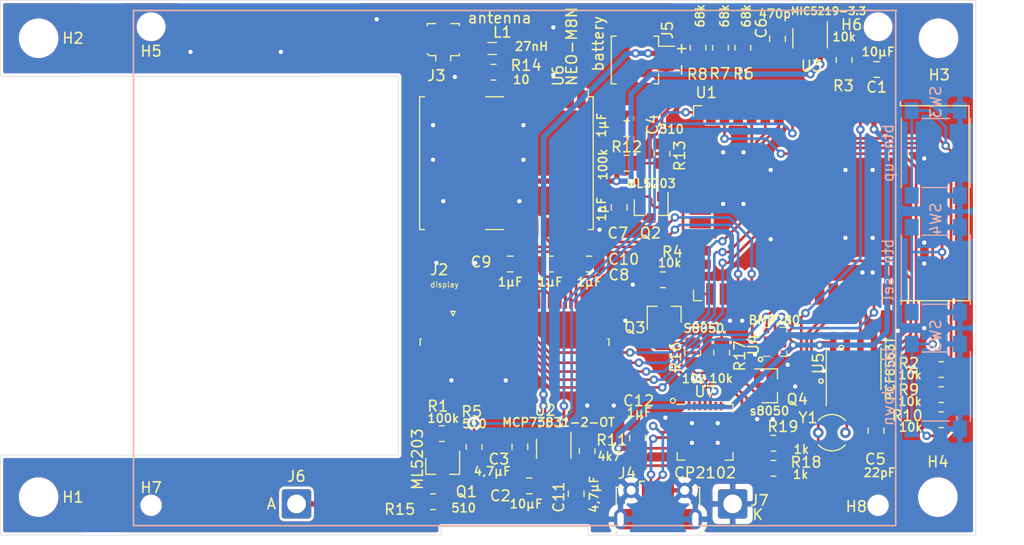
<source format=kicad_pcb>
(kicad_pcb (version 20171130) (host pcbnew "(5.1.9-0-10_14)")
  (layers (0 F.Cu signal) (31 B.Cu signal) (34 B.Paste user) (35 F.Paste user) (36 B.SilkS user) (37 F.SilkS user) (38 B.Mask user) (39 F.Mask user) (44 Edge.Cuts user))
  (net 0 "")
  (net 1 GND)
  (net 2 +3V3)
  (net 3 +BATT)
  (net 4 "Net-(C5-Pad1)")
  (net 5 /d-cs)
  (net 6 /d-rst)
  (net 7 /d-rs-dc)
  (net 8 /spi-mosi)
  (net 9 /spi-clk)
  (net 10 "Net-(J3-Pad1)")
  (net 11 "Net-(L1-Pad1)")
  (net 12 "Net-(Q1-Pad1)")
  (net 13 hwpwr)
  (net 14 "Net-(Q2-Pad1)")
  (net 15 /b-up)
  (net 16 hwen)
  (net 17 /batt-chk)
  (net 18 "Net-(R7-Pad2)")
  (net 19 /b-sel)
  (net 20 /b-down)
  (net 21 "Net-(R11-Pad1)")
  (net 22 "Net-(R14-Pad1)")
  (net 23 i2c-scl)
  (net 24 i2c-sda)
  (net 25 "Net-(U1-Pad32)")
  (net 26 /spi-miso)
  (net 27 /bmp280-cs)
  (net 28 "Net-(U1-Pad26)")
  (net 29 "Net-(U1-Pad24)")
  (net 30 "Net-(U1-Pad23)")
  (net 31 "Net-(U1-Pad22)")
  (net 32 "Net-(U1-Pad21)")
  (net 33 "Net-(U1-Pad20)")
  (net 34 "Net-(U1-Pad19)")
  (net 35 "Net-(U1-Pad18)")
  (net 36 "Net-(U1-Pad17)")
  (net 37 "Net-(U1-Pad16)")
  (net 38 chg-ind)
  (net 39 clk-int)
  (net 40 "Net-(U5-Pad2)")
  (net 41 "Net-(U6-Pad19)")
  (net 42 "Net-(U6-Pad18)")
  (net 43 "Net-(U6-Pad17)")
  (net 44 "Net-(U6-Pad16)")
  (net 45 "Net-(U6-Pad15)")
  (net 46 "Net-(U6-Pad14)")
  (net 47 "Net-(U6-Pad8)")
  (net 48 "Net-(U6-Pad6)")
  (net 49 "Net-(U6-Pad5)")
  (net 50 "Net-(U6-Pad4)")
  (net 51 "Net-(U6-Pad3)")
  (net 52 "Net-(U6-Pad2)")
  (net 53 "Net-(U6-Pad1)")
  (net 54 /gps-rx)
  (net 55 /gps-tx)
  (net 56 /usb-5v)
  (net 57 "Net-(J4-Pad4)")
  (net 58 "Net-(C6-Pad1)")
  (net 59 "Net-(C8-Pad2)")
  (net 60 "Net-(C8-Pad1)")
  (net 61 "Net-(C9-Pad2)")
  (net 62 "Net-(C10-Pad2)")
  (net 63 "Net-(C10-Pad1)")
  (net 64 /usb-d+)
  (net 65 /usb-d-)
  (net 66 "Net-(J6-Pad1)")
  (net 67 "Net-(Q1-Pad3)")
  (net 68 /s-boot)
  (net 69 "Net-(Q3-Pad2)")
  (net 70 "Net-(Q3-Pad1)")
  (net 71 /s-en)
  (net 72 "Net-(Q4-Pad2)")
  (net 73 "Net-(Q4-Pad1)")
  (net 74 d-led)
  (net 75 /s-tx)
  (net 76 "Net-(R18-Pad1)")
  (net 77 /s-rx)
  (net 78 "Net-(R19-Pad1)")
  (net 79 "Net-(U7-Pad27)")
  (net 80 "Net-(U7-Pad23)")
  (net 81 "Net-(U7-Pad22)")
  (net 82 "Net-(U7-Pad21)")
  (net 83 "Net-(U7-Pad20)")
  (net 84 "Net-(U7-Pad19)")
  (net 85 "Net-(U7-Pad18)")
  (net 86 "Net-(U7-Pad17)")
  (net 87 "Net-(U7-Pad16)")
  (net 88 "Net-(U7-Pad15)")
  (net 89 "Net-(U7-Pad14)")
  (net 90 "Net-(U7-Pad13)")
  (net 91 "Net-(U7-Pad12)")
  (net 92 "Net-(U7-Pad11)")
  (net 93 "Net-(U7-Pad10)")
  (net 94 "Net-(U7-Pad9)")
  (net 95 "Net-(U7-Pad2)")
  (net 96 "Net-(U7-Pad1)")
  (net 97 "Net-(U5-Pad3)")
  (module Crystal:Crystal_AT310_D3.0mm_L10.0mm_Vertical (layer F.Cu) (at 121.285 77.2795)
    (fp_text reference Y1 (at -0.9525 -1.397 180) (layer F.SilkS))
    (fp_text value 32768 hide)
    (pad 2 thru_hole circle (at 2.54 0) (size 1 1) (drill 0.5) (layers *.Cu *.Mask) (net 40 "Net-(U5-Pad2)"))
    (pad 1 thru_hole circle (at 0 0) (size 1 1) (drill 0.5) (layers *.Cu *.Mask) (net 4 "Net-(C5-Pad1)"))
  )
  (module RF_GPS:ublox_NEO (layer F.Cu) (at 92.1385 52.07 270)
    (fp_text reference U6 (at -8.1915 -4.826 90) (layer F.SilkS))
    (fp_text value NEO-M8N (at -10.922 -6.096 90) (layer F.SilkS))
    (pad 24 smd roundrect (at 6 -7 270) (size 1.8 0.8) (layers F.Cu F.Paste F.Mask) (net 1 GND))
    (pad 23 smd roundrect (at 6 -5.9 270) (size 1.8 0.8) (layers F.Cu F.Paste F.Mask) (net 13 hwpwr))
    (pad 22 smd roundrect (at 6 -4.8 270) (size 1.8 0.8) (layers F.Cu F.Paste F.Mask) (net 2 +3V3))
    (pad 21 smd roundrect (at 6 -3.7 270) (size 1.8 0.8) (layers F.Cu F.Paste F.Mask) (net 54 /gps-rx))
    (pad 20 smd roundrect (at 6 -2.6 270) (size 1.8 0.8) (layers F.Cu F.Paste F.Mask) (net 55 /gps-tx))
    (pad 19 smd roundrect (at 6 -1.5 270) (size 1.8 0.8) (layers F.Cu F.Paste F.Mask) (net 41 "Net-(U6-Pad19)"))
    (pad 18 smd roundrect (at 6 -0.4 270) (size 1.8 0.8) (layers F.Cu F.Paste F.Mask) (net 42 "Net-(U6-Pad18)"))
    (pad 17 smd roundrect (at 6 2.6 270) (size 1.8 0.8) (layers F.Cu F.Paste F.Mask) (net 43 "Net-(U6-Pad17)"))
    (pad 16 smd roundrect (at 6 3.7 270) (size 1.8 0.8) (layers F.Cu F.Paste F.Mask) (net 44 "Net-(U6-Pad16)"))
    (pad 15 smd roundrect (at 6 4.8 270) (size 1.8 0.8) (layers F.Cu F.Paste F.Mask) (net 45 "Net-(U6-Pad15)"))
    (pad 14 smd roundrect (at 6 5.9 270) (size 1.8 0.8) (layers F.Cu F.Paste F.Mask) (net 46 "Net-(U6-Pad14)"))
    (pad 13 smd roundrect (at 6 7 270) (size 1.8 0.8) (layers F.Cu F.Paste F.Mask) (net 1 GND))
    (pad 12 smd roundrect (at -6 7 270) (size 1.8 0.8) (layers F.Cu F.Paste F.Mask) (net 1 GND))
    (pad 11 smd roundrect (at -6 5.9 270) (size 1.8 0.8) (layers F.Cu F.Paste F.Mask) (net 10 "Net-(J3-Pad1)"))
    (pad 10 smd roundrect (at -6 4.8 270) (size 1.8 0.8) (layers F.Cu F.Paste F.Mask) (net 1 GND))
    (pad 9 smd roundrect (at -6 3.7 270) (size 1.8 0.8) (layers F.Cu F.Paste F.Mask) (net 22 "Net-(R14-Pad1)"))
    (pad 8 smd roundrect (at -6 2.6 270) (size 1.8 0.8) (layers F.Cu F.Paste F.Mask) (net 47 "Net-(U6-Pad8)"))
    (pad 7 smd roundrect (at -6 -0.4 270) (size 1.8 0.8) (layers F.Cu F.Paste F.Mask) (net 1 GND))
    (pad 6 smd roundrect (at -6 -1.5 270) (size 1.8 0.8) (layers F.Cu F.Paste F.Mask) (net 48 "Net-(U6-Pad6)"))
    (pad 5 smd roundrect (at -6 -2.6 270) (size 1.8 0.8) (layers F.Cu F.Paste F.Mask) (net 49 "Net-(U6-Pad5)"))
    (pad 4 smd roundrect (at -6 -3.7 270) (size 1.8 0.8) (layers F.Cu F.Paste F.Mask) (net 50 "Net-(U6-Pad4)"))
    (pad 3 smd roundrect (at -6 -4.8 270) (size 1.8 0.8) (layers F.Cu F.Paste F.Mask) (net 51 "Net-(U6-Pad3)"))
    (pad 2 smd roundrect (at -6 -5.9 270) (size 1.8 0.8) (layers F.Cu F.Paste F.Mask) (net 52 "Net-(U6-Pad2)"))
    (pad 1 smd roundrect (at -6 -7 270) (size 1.8 0.8) (layers F.Cu F.Paste F.Mask) (net 53 "Net-(U6-Pad1)"))
  )
  (module MHole:SolderWirePad_1x01_SMD_3x6mm (layer F.Cu) (at 78.2955 81.3435 90)
    (fp_text reference J12 hide)
    (fp_text value A hide)
    (pad 1 smd rect (at 0 0 90) (size 3 6) (layers F.Cu F.Paste F.Mask) (net 1 GND))
  )
  (module MHole:SolderWirePad_1x01_SMD_3x6mm (layer F.Cu) (at 54.4195 82.8675)
    (fp_text reference J11 hide)
    (fp_text value A hide)
    (pad 1 smd rect (at 0 0) (size 3 6) (layers F.Cu F.Paste F.Mask) (net 1 GND))
  )
  (module MHole:SolderWirePad_1x01_SMD_3x6mm (layer F.Cu) (at 78.2955 41.9735 90)
    (fp_text reference J10 hide)
    (fp_text value A hide)
    (pad 1 smd rect (at 0 0 90) (size 3 6) (layers F.Cu F.Paste F.Mask) (net 1 GND))
  )
  (module MHole:SolderWirePad_1x01_SMD_3x6mm (layer F.Cu) (at 54.4195 40.4495)
    (fp_text reference J9 hide)
    (fp_text value A hide)
    (pad 1 smd rect (at 0 0) (size 3 6) (layers F.Cu F.Paste F.Mask) (net 1 GND))
  )
  (module Connector_Wire:SolderWire-1sqmm_1x01_D1.4mm_OD2.7mm (layer F.Cu) (at 113.284 83.947)
    (fp_text reference J7 (at 2.5019 -0.3175) (layer F.SilkS))
    (fp_text value K (at 2.3495 1.0033) (layer F.SilkS))
    (pad 1 thru_hole roundrect (at 0 0) (size 2.75 2.75) (drill 1.75) (layers *.Cu *.Mask) (roundrect_rratio 0.090909) (net 1 GND))
  )
  (module Connector_Wire:SolderWire-1sqmm_1x01_D1.4mm_OD2.7mm (layer F.Cu) (at 72.517 83.947)
    (fp_text reference J6 (at 0 -2.58) (layer F.SilkS))
    (fp_text value A (at -2.3495 0) (layer F.SilkS))
    (pad 1 thru_hole roundrect (at 0 0) (size 2.75 2.75) (drill 1.75) (layers *.Cu *.Mask) (roundrect_rratio 0.090909) (net 66 "Net-(J6-Pad1)"))
  )
  (module MountingHole:MountingHole_2.2mm_M2 (layer F.Cu) (at 126.873 39.3065)
    (fp_text reference H6 (at -2.4765 -0.1905) (layer F.SilkS))
    (fp_text value MountingHole hide)
    (pad 1 np_thru_hole circle (at 0 0) (size 2.2 2.2) (drill 2.2) (layers *.Cu *.Mask))
  )
  (module MountingHole:MountingHole_2.2mm_M2 (layer F.Cu) (at 58.928 39.3065)
    (fp_text reference H5 (at 0 2.286) (layer F.SilkS))
    (fp_text value MountingHole hide)
    (pad 1 np_thru_hole circle (at 0 0) (size 2.2 2.2) (drill 2.2) (layers *.Cu *.Mask))
  )
  (module MHole:MountingHole_1.5 (layer F.Cu) (at 126.873 84.074)
    (fp_text reference H8 (at -2.032 0.127) (layer F.SilkS))
    (fp_text value MountingHole hide)
    (pad "" np_thru_hole circle (at 0 0) (size 1.5 1.5) (drill 1.5) (layers *.Cu *.Mask))
  )
  (module MHole:MountingHole_1.5 (layer F.Cu) (at 58.928 84.074)
    (fp_text reference H7 (at 0 -1.651) (layer F.SilkS))
    (fp_text value MountingHole hide)
    (pad "" np_thru_hole circle (at 0 0) (size 1.5 1.5) (drill 1.5) (layers *.Cu *.Mask))
  )
  (module Package_DFN_QFN:QFN-28-1EP_5x5mm_P0.5mm_EP3.35x3.35mm (layer F.Cu) (at 110.7059 77.2414)
    (fp_text reference U7 (at 0 -3.8) (layer F.SilkS))
    (fp_text value CP2102 (at 0 3.8) (layer F.SilkS))
    (pad 29 smd rect (at 0 0) (size 3.35 3.35) (layers F.Cu F.Mask) (net 1 GND))
    (pad 28 smd roundrect (at -1.5 -2.45) (size 0.25 0.8) (layers F.Cu F.Paste F.Mask) (net 69 "Net-(Q3-Pad2)"))
    (pad 27 smd roundrect (at -1 -2.45) (size 0.25 0.8) (layers F.Cu F.Paste F.Mask) (net 79 "Net-(U7-Pad27)"))
    (pad 26 smd roundrect (at -0.5 -2.45) (size 0.25 0.8) (layers F.Cu F.Paste F.Mask) (net 78 "Net-(R19-Pad1)"))
    (pad 25 smd roundrect (at 0 -2.45) (size 0.25 0.8) (layers F.Cu F.Paste F.Mask) (net 76 "Net-(R18-Pad1)"))
    (pad 24 smd roundrect (at 0.5 -2.45) (size 0.25 0.8) (layers F.Cu F.Paste F.Mask) (net 72 "Net-(Q4-Pad2)"))
    (pad 23 smd roundrect (at 1 -2.45) (size 0.25 0.8) (layers F.Cu F.Paste F.Mask) (net 80 "Net-(U7-Pad23)"))
    (pad 22 smd roundrect (at 1.5 -2.45) (size 0.25 0.8) (layers F.Cu F.Paste F.Mask) (net 81 "Net-(U7-Pad22)"))
    (pad 21 smd roundrect (at 2.45 -1.5) (size 0.8 0.25) (layers F.Cu F.Paste F.Mask) (net 82 "Net-(U7-Pad21)"))
    (pad 20 smd roundrect (at 2.45 -1) (size 0.8 0.25) (layers F.Cu F.Paste F.Mask) (net 83 "Net-(U7-Pad20)"))
    (pad 19 smd roundrect (at 2.45 -0.5) (size 0.8 0.25) (layers F.Cu F.Paste F.Mask) (net 84 "Net-(U7-Pad19)"))
    (pad 18 smd roundrect (at 2.45 0) (size 0.8 0.25) (layers F.Cu F.Paste F.Mask) (net 85 "Net-(U7-Pad18)"))
    (pad 17 smd roundrect (at 2.45 0.5) (size 0.8 0.25) (layers F.Cu F.Paste F.Mask) (net 86 "Net-(U7-Pad17)"))
    (pad 16 smd roundrect (at 2.45 1) (size 0.8 0.25) (layers F.Cu F.Paste F.Mask) (net 87 "Net-(U7-Pad16)"))
    (pad 15 smd roundrect (at 2.45 1.5) (size 0.8 0.25) (layers F.Cu F.Paste F.Mask) (net 88 "Net-(U7-Pad15)"))
    (pad 14 smd roundrect (at 1.5 2.45) (size 0.25 0.8) (layers F.Cu F.Paste F.Mask) (net 89 "Net-(U7-Pad14)"))
    (pad 13 smd roundrect (at 1 2.45) (size 0.25 0.8) (layers F.Cu F.Paste F.Mask) (net 90 "Net-(U7-Pad13)"))
    (pad 12 smd roundrect (at 0.5 2.45) (size 0.25 0.8) (layers F.Cu F.Paste F.Mask) (net 91 "Net-(U7-Pad12)"))
    (pad 11 smd roundrect (at 0 2.45) (size 0.25 0.8) (layers F.Cu F.Paste F.Mask) (net 92 "Net-(U7-Pad11)"))
    (pad 10 smd roundrect (at -0.5 2.45) (size 0.25 0.8) (layers F.Cu F.Paste F.Mask) (net 93 "Net-(U7-Pad10)"))
    (pad 9 smd roundrect (at -1 2.45) (size 0.25 0.8) (layers F.Cu F.Paste F.Mask) (net 94 "Net-(U7-Pad9)"))
    (pad 8 smd roundrect (at -1.5 2.45) (size 0.25 0.8) (layers F.Cu F.Paste F.Mask) (net 56 /usb-5v))
    (pad 7 smd roundrect (at -2.45 1.5) (size 0.8 0.25) (layers F.Cu F.Paste F.Mask) (net 2 +3V3))
    (pad 6 smd roundrect (at -2.45 1) (size 0.8 0.25) (layers F.Cu F.Paste F.Mask) (net 2 +3V3))
    (pad 5 smd roundrect (at -2.45 0.5) (size 0.8 0.25) (layers F.Cu F.Paste F.Mask) (net 65 /usb-d-))
    (pad 4 smd roundrect (at -2.45 0) (size 0.8 0.25) (layers F.Cu F.Paste F.Mask) (net 64 /usb-d+))
    (pad 3 smd roundrect (at -2.45 -0.5) (size 0.8 0.25) (layers F.Cu F.Paste F.Mask) (net 1 GND))
    (pad 2 smd roundrect (at -2.45 -1) (size 0.8 0.25) (layers F.Cu F.Paste F.Mask) (net 95 "Net-(U7-Pad2)"))
    (pad 1 smd roundrect (at -2.45 -1.5) (size 0.8 0.25) (layers F.Cu F.Paste F.Mask) (net 96 "Net-(U7-Pad1)"))
  )
  (module Resistor_SMD:R_0805_2012Metric (layer F.Cu) (at 85.2805 83.7438)
    (fp_text reference R15 (at -3.1115 0.7112) (layer F.SilkS))
    (fp_text value 510 (at 2.8575 0.5842) (layer F.SilkS) (effects (font (size 0.8 0.8))))
    (pad 2 smd roundrect (at 0.9125 0) (size 1.025 1.4) (layers F.Cu F.Paste F.Mask) (roundrect_rratio 0.243902) (net 67 "Net-(Q1-Pad3)"))
    (pad 1 smd roundrect (at -0.9125 0) (size 1.025 1.4) (layers F.Cu F.Paste F.Mask) (roundrect_rratio 0.243902) (net 66 "Net-(J6-Pad1)"))
  )
  (module Resistor_SMD:R_0805_2012Metric (layer F.Cu) (at 109.5502 69.8119 270)
    (fp_text reference R16 (at 0.3937 1.6002 270) (layer F.SilkS))
    (fp_text value 10k (at 2.4257 -0.0762 180) (layer F.SilkS) (effects (font (size 0.8 0.8))))
    (pad 2 smd roundrect (at 0.9125 0 270) (size 1.025 1.4) (layers F.Cu F.Paste F.Mask) (roundrect_rratio 0.243902) (net 72 "Net-(Q4-Pad2)"))
    (pad 1 smd roundrect (at -0.9125 0 270) (size 1.025 1.4) (layers F.Cu F.Paste F.Mask) (roundrect_rratio 0.243902) (net 70 "Net-(Q3-Pad1)"))
  )
  (module Resistor_SMD:R_0805_2012Metric (layer F.Cu) (at 112.2553 69.7992 270)
    (fp_text reference R17 (at 0.3048 -1.6891 270) (layer F.SilkS))
    (fp_text value 10k (at 2.413 0.0508 180) (layer F.SilkS) (effects (font (size 0.8 0.8))))
    (pad 2 smd roundrect (at 0.9125 0 270) (size 1.025 1.4) (layers F.Cu F.Paste F.Mask) (roundrect_rratio 0.243902) (net 73 "Net-(Q4-Pad1)"))
    (pad 1 smd roundrect (at -0.9125 0 270) (size 1.025 1.4) (layers F.Cu F.Paste F.Mask) (roundrect_rratio 0.243902) (net 69 "Net-(Q3-Pad2)"))
  )
  (module Resistor_SMD:R_0805_2012Metric (layer F.Cu) (at 117.094 80.6196)
    (fp_text reference R18 (at 3.048 -0.5715) (layer F.SilkS))
    (fp_text value 1k (at 2.54 0.5715) (layer F.SilkS) (effects (font (size 0.8 0.8))))
    (pad 2 smd roundrect (at 0.9125 0) (size 1.025 1.4) (layers F.Cu F.Paste F.Mask) (roundrect_rratio 0.243902) (net 75 /s-tx))
    (pad 1 smd roundrect (at -0.9125 0) (size 1.025 1.4) (layers F.Cu F.Paste F.Mask) (roundrect_rratio 0.243902) (net 76 "Net-(R18-Pad1)"))
  )
  (module Resistor_SMD:R_0805_2012Metric (layer F.Cu) (at 117.094 78.2701)
    (fp_text reference R19 (at 0.889 -1.5621) (layer F.SilkS))
    (fp_text value 1k (at 2.6035 0.5715) (layer F.SilkS) (effects (font (size 0.8 0.8))))
    (pad 2 smd roundrect (at 0.9125 0) (size 1.025 1.4) (layers F.Cu F.Paste F.Mask) (roundrect_rratio 0.243902) (net 77 /s-rx))
    (pad 1 smd roundrect (at -0.9125 0) (size 1.025 1.4) (layers F.Cu F.Paste F.Mask) (roundrect_rratio 0.243902) (net 78 "Net-(R19-Pad1)"))
  )
  (module Capacitor_SMD:C_0805_2012Metric (layer F.Cu) (at 99.8601 61.5061)
    (fp_text reference C8 (at 2.794 1.016) (layer F.SilkS))
    (fp_text value 1μF (at 0 1.68) (layer F.SilkS) (effects (font (size 0.8 0.8))))
    (pad 2 smd roundrect (at 0.95 0) (size 1 1.45) (layers F.Cu F.Paste F.Mask) (net 59 "Net-(C8-Pad2)"))
    (pad 1 smd roundrect (at -0.95 0) (size 1 1.45) (layers F.Cu F.Paste F.Mask) (net 60 "Net-(C8-Pad1)"))
  )
  (module Capacitor_SMD:C_0805_2012Metric (layer F.Cu) (at 92.4941 61.5061)
    (fp_text reference C9 (at -2.7305 -0.1905) (layer F.SilkS))
    (fp_text value 1μF (at 0 1.68) (layer F.SilkS) (effects (font (size 0.8 0.8))))
    (pad 2 smd roundrect (at 0.95 0) (size 1 1.45) (layers F.Cu F.Paste F.Mask) (net 61 "Net-(C9-Pad2)"))
    (pad 1 smd roundrect (at -0.95 0) (size 1 1.45) (layers F.Cu F.Paste F.Mask) (net 60 "Net-(C8-Pad1)"))
  )
  (module Capacitor_SMD:C_0805_2012Metric (layer F.Cu) (at 96.2406 61.5061)
    (fp_text reference C10 (at 6.858 -0.4445) (layer F.SilkS))
    (fp_text value 1μF (at 0 1.68) (layer F.SilkS) (effects (font (size 0.8 0.8))))
    (pad 2 smd roundrect (at 0.95 0) (size 1 1.45) (layers F.Cu F.Paste F.Mask) (net 62 "Net-(C10-Pad2)"))
    (pad 1 smd roundrect (at -0.95 0) (size 1 1.45) (layers F.Cu F.Paste F.Mask) (net 63 "Net-(C10-Pad1)"))
  )
  (module Capacitor_SMD:C_0805_2012Metric (layer F.Cu) (at 98.6536 82.9945 270)
    (fp_text reference C11 (at 0.3175 1.6256 270) (layer F.SilkS))
    (fp_text value 10μF (at 0.9525 4.6736 180) (layer F.SilkS) (effects (font (size 0.8 0.8))))
    (pad 2 smd roundrect (at 0.95 0 270) (size 1 1.45) (layers F.Cu F.Paste F.Mask) (net 1 GND))
    (pad 1 smd roundrect (at -0.95 0 270) (size 1 1.45) (layers F.Cu F.Paste F.Mask) (net 56 /usb-5v))
  )
  (module Capacitor_SMD:C_0805_2012Metric (layer F.Cu) (at 104.394 77.7748 270)
    (fp_text reference C12 (at -3.4798 -0.1016 180) (layer F.SilkS))
    (fp_text value 1μF (at -2.3876 -0.1524 180) (layer F.SilkS) (effects (font (size 0.8 0.8))))
    (pad 2 smd roundrect (at 0.95 0 270) (size 1 1.45) (layers F.Cu F.Paste F.Mask) (net 2 +3V3))
    (pad 1 smd roundrect (at -0.95 0 270) (size 1 1.45) (layers F.Cu F.Paste F.Mask) (net 1 GND))
  )
  (module Package_TO_SOT_SMD:SOT-23 (layer F.Cu) (at 106.8832 66.2178 90)
    (fp_text reference Q3 (at -1.2446 -2.7432 180) (layer F.SilkS))
    (fp_text value S8050 (at -1.2954 3.7084 180) (layer F.SilkS) (effects (font (size 0.8 0.8))))
    (pad 3 smd rect (at 1 0 90) (size 0.9 0.8) (layers F.Cu F.Paste F.Mask) (net 68 /s-boot))
    (pad 2 smd rect (at -1 0.95 90) (size 0.9 0.8) (layers F.Cu F.Paste F.Mask) (net 69 "Net-(Q3-Pad2)"))
    (pad 1 smd rect (at -1 -0.95 90) (size 0.9 0.8) (layers F.Cu F.Paste F.Mask) (net 70 "Net-(Q3-Pad1)"))
  )
  (module Package_TO_SOT_SMD:SOT-23 (layer F.Cu) (at 116.713 72.898)
    (fp_text reference Q4 (at 2.6035 1.27) (layer F.SilkS))
    (fp_text value s8050 (at 0 2.3495) (layer F.SilkS) (effects (font (size 0.8 0.8))))
    (pad 3 smd rect (at 1 0) (size 0.9 0.8) (layers F.Cu F.Paste F.Mask) (net 71 /s-en))
    (pad 2 smd rect (at -1 0.95) (size 0.9 0.8) (layers F.Cu F.Paste F.Mask) (net 72 "Net-(Q4-Pad2)"))
    (pad 1 smd rect (at -1 -0.95) (size 0.9 0.8) (layers F.Cu F.Paste F.Mask) (net 73 "Net-(Q4-Pad1)"))
  )
  (module Button_Switch_SMD:SW_Push_1P1T_NO_6x6mm_H9.5mm (layer B.Cu) (at 132.2705 72.9615 90)
    (fp_text reference SW5 (at 4.7625 0 90) (layer B.SilkS) (effects (justify mirror)))
    (fp_text value btn-down (at 0 -4.4675 90) (layer B.SilkS) (effects (justify mirror)))
    (pad 2 smd rect (at 3.975 -2.25 90) (size 1.55 1.3) (layers B.Cu B.Paste B.Mask) (net 20 /b-down))
    (pad 1 smd rect (at 3.975 2.25 90) (size 1.55 1.3) (layers B.Cu B.Paste B.Mask) (net 1 GND))
    (pad 1 smd rect (at -3.975 2.25 90) (size 1.55 1.3) (layers B.Cu B.Paste B.Mask) (net 1 GND))
    (pad 2 smd rect (at -3.975 -2.25 90) (size 1.55 1.3) (layers B.Cu B.Paste B.Mask) (net 20 /b-down))
  )
  (module Button_Switch_SMD:SW_Push_1P1T_NO_6x6mm_H9.5mm (layer B.Cu) (at 132.2705 62.0395 90)
    (fp_text reference SW4 (at 4.7625 0 90) (layer B.SilkS) (effects (justify mirror)))
    (fp_text value btn-sel (at 0 -4.4675 90) (layer B.SilkS) (effects (justify mirror)))
    (pad 2 smd rect (at 3.975 -2.25 90) (size 1.55 1.3) (layers B.Cu B.Paste B.Mask) (net 19 /b-sel))
    (pad 1 smd rect (at 3.975 2.25 90) (size 1.55 1.3) (layers B.Cu B.Paste B.Mask) (net 1 GND))
    (pad 1 smd rect (at -3.975 2.25 90) (size 1.55 1.3) (layers B.Cu B.Paste B.Mask) (net 1 GND))
    (pad 2 smd rect (at -3.975 -2.25 90) (size 1.55 1.3) (layers B.Cu B.Paste B.Mask) (net 19 /b-sel))
  )
  (module Button_Switch_SMD:SW_Push_1P1T_NO_6x6mm_H9.5mm (layer B.Cu) (at 132.2705 51.1175 90)
    (fp_text reference SW3 (at 4.7625 0 90) (layer B.SilkS) (effects (justify mirror)))
    (fp_text value btn-up (at 0 -4.4675 90) (layer B.SilkS) (effects (justify mirror)))
    (pad 2 smd rect (at 3.975 -2.25 90) (size 1.55 1.3) (layers B.Cu B.Paste B.Mask) (net 15 /b-up))
    (pad 1 smd rect (at 3.975 2.25 90) (size 1.55 1.3) (layers B.Cu B.Paste B.Mask) (net 1 GND))
    (pad 1 smd rect (at -3.975 2.25 90) (size 1.55 1.3) (layers B.Cu B.Paste B.Mask) (net 1 GND))
    (pad 2 smd rect (at -3.975 -2.25 90) (size 1.55 1.3) (layers B.Cu B.Paste B.Mask) (net 15 /b-up))
  )
  (module Connector_FFC-FPC:TE_2-1734839-4_1x24-1MP_P0.5mm_Horizontal (layer F.Cu) (at 92.9005 66.4845)
    (fp_text reference J2 (at -7.0485 -4.445 180) (layer F.SilkS))
    (fp_text value display (at -6.5405 -3.048 180) (layer F.SilkS) (effects (font (size 0.5 0.5) (thickness 0.08))))
    (pad MP smd rect (at 7.42 0.35) (size 2.3 3.1) (layers F.Cu F.Paste F.Mask) (net 1 GND))
    (pad MP smd rect (at -7.42 0.35) (size 2.3 3.1) (layers F.Cu F.Paste F.Mask) (net 1 GND))
    (pad 24 smd rect (at 5.75 -1.35) (size 0.3 1.1) (layers F.Cu F.Paste F.Mask) (net 59 "Net-(C8-Pad2)"))
    (pad 23 smd rect (at 5.25 -1.35) (size 0.3 1.1) (layers F.Cu F.Paste F.Mask) (net 62 "Net-(C10-Pad2)"))
    (pad 22 smd rect (at 4.75 -1.35) (size 0.3 1.1) (layers F.Cu F.Paste F.Mask) (net 63 "Net-(C10-Pad1)"))
    (pad 21 smd rect (at 4.25 -1.35) (size 0.3 1.1) (layers F.Cu F.Paste F.Mask) (net 61 "Net-(C9-Pad2)"))
    (pad 20 smd rect (at 3.75 -1.35) (size 0.3 1.1) (layers F.Cu F.Paste F.Mask) (net 60 "Net-(C8-Pad1)"))
    (pad 19 smd rect (at 3.25 -1.35) (size 0.3 1.1) (layers F.Cu F.Paste F.Mask) (net 2 +3V3))
    (pad 18 smd rect (at 2.75 -1.35) (size 0.3 1.1) (layers F.Cu F.Paste F.Mask) (net 1 GND))
    (pad 17 smd rect (at 2.25 -1.35) (size 0.3 1.1) (layers F.Cu F.Paste F.Mask) (net 2 +3V3))
    (pad 16 smd rect (at 1.75 -1.35) (size 0.3 1.1) (layers F.Cu F.Paste F.Mask) (net 1 GND))
    (pad 15 smd rect (at 1.25 -1.35) (size 0.3 1.1) (layers F.Cu F.Paste F.Mask) (net 1 GND))
    (pad 14 smd rect (at 0.75 -1.35) (size 0.3 1.1) (layers F.Cu F.Paste F.Mask) (net 1 GND))
    (pad 13 smd rect (at 0.25 -1.35) (size 0.3 1.1) (layers F.Cu F.Paste F.Mask) (net 5 /d-cs))
    (pad 12 smd rect (at -0.25 -1.35) (size 0.3 1.1) (layers F.Cu F.Paste F.Mask) (net 7 /d-rs-dc))
    (pad 11 smd rect (at -0.75 -1.35) (size 0.3 1.1) (layers F.Cu F.Paste F.Mask) (net 2 +3V3))
    (pad 10 smd rect (at -1.25 -1.35) (size 0.3 1.1) (layers F.Cu F.Paste F.Mask) (net 2 +3V3))
    (pad 9 smd rect (at -1.75 -1.35) (size 0.3 1.1) (layers F.Cu F.Paste F.Mask) (net 6 /d-rst))
    (pad 8 smd rect (at -2.25 -1.35) (size 0.3 1.1) (layers F.Cu F.Paste F.Mask) (net 9 /spi-clk))
    (pad 7 smd rect (at -2.75 -1.35) (size 0.3 1.1) (layers F.Cu F.Paste F.Mask) (net 8 /spi-mosi))
    (pad 6 smd rect (at -3.25 -1.35) (size 0.3 1.1) (layers F.Cu F.Paste F.Mask) (net 8 /spi-mosi))
    (pad 5 smd rect (at -3.75 -1.35) (size 0.3 1.1) (layers F.Cu F.Paste F.Mask) (net 8 /spi-mosi))
    (pad 4 smd rect (at -4.25 -1.35) (size 0.3 1.1) (layers F.Cu F.Paste F.Mask) (net 2 +3V3))
    (pad 3 smd rect (at -4.75 -1.35) (size 0.3 1.1) (layers F.Cu F.Paste F.Mask) (net 2 +3V3))
    (pad 2 smd rect (at -5.25 -1.35) (size 0.3 1.1) (layers F.Cu F.Paste F.Mask) (net 2 +3V3))
    (pad 1 smd rect (at -5.75 -1.35) (size 0.3 1.1) (layers F.Cu F.Paste F.Mask) (net 2 +3V3))
  )
  (module Connector_Molex:Molex_PicoBlade_53261-0271_1x02-1MP_P1.25mm_Horizontal (layer F.Cu) (at 104.648 42.418 270)
    (fp_text reference J5 (at -2.794 -2.54 90) (layer F.SilkS))
    (fp_text value battery (at -1.524 3.937 90) (layer F.SilkS))
    (pad MP smd roundrect (at 3.175 0.5 270) (size 2.1 3) (layers F.Cu F.Paste F.Mask) (roundrect_rratio 0.119047619047619) (net 1 GND))
    (pad MP smd roundrect (at -3.175 0.5 270) (size 2.1 3) (layers F.Cu F.Paste F.Mask) (roundrect_rratio 0.119047619047619) (net 1 GND))
    (pad 2 smd roundrect (at 0.625 -2.4 270) (size 0.8 1.6) (layers F.Cu F.Paste F.Mask) (net 1 GND))
    (pad 1 smd roundrect (at -0.625 -2.4 270) (size 0.8 1.6) (layers F.Cu F.Paste F.Mask) (net 3 +BATT))
  )
  (module Resistor_SMD:R_0805_2012Metric (layer F.Cu) (at 132.7785 71.374)
    (fp_text reference R2 (at -3.048 -0.5715) (layer F.SilkS))
    (fp_text value 10k (at -2.921 0.508 180) (layer F.SilkS) (effects (font (size 0.8 0.8))))
    (pad 2 smd roundrect (at 0.9125 0) (size 1.025 1.4) (layers F.Cu F.Paste F.Mask) (roundrect_rratio 0.2439014634146341) (net 15 /b-up))
    (pad 1 smd roundrect (at -0.9125 0) (size 1.025 1.4) (layers F.Cu F.Paste F.Mask) (roundrect_rratio 0.2439014634146341) (net 2 +3V3))
  )
  (module Capacitor_SMD:C_0805_2012Metric (layer F.Cu) (at 102.6795 56.1975 270)
    (fp_text reference C7 (at 2.413 0.127 180) (layer F.SilkS))
    (fp_text value 1μF (at 0.1905 1.651 90) (layer F.SilkS) (effects (font (size 0.8 0.8))))
    (pad 2 smd roundrect (at 0.95 0 270) (size 1 1.45) (layers F.Cu F.Paste F.Mask) (net 1 GND))
    (pad 1 smd roundrect (at -0.95 0 270) (size 1 1.45) (layers F.Cu F.Paste F.Mask) (net 13 hwpwr))
  )
  (module Capacitor_SMD:C_0805_2012Metric (layer F.Cu) (at 117.475 40.4495 90)
    (fp_text reference C6 (at 1.016 -1.524 270) (layer F.SilkS))
    (fp_text value 470p (at 2.3495 -0.254) (layer F.SilkS) (effects (font (size 0.8 0.8))))
    (pad 2 smd roundrect (at 0.95 0 90) (size 1 1.45) (layers F.Cu F.Paste F.Mask) (net 1 GND))
    (pad 1 smd roundrect (at -0.95 0 90) (size 1 1.45) (layers F.Cu F.Paste F.Mask) (net 58 "Net-(C6-Pad1)"))
  )
  (module Connector_USB:USB_Micro-B_Molex-105017-0001 (layer F.Cu) (at 106.299 84.1375)
    (fp_text reference J4 (at -2.8956 -3.048) (layer F.SilkS))
    (fp_text value USB_B_Micro hide)
    (pad 6 smd rect (at -2.9 1.2375) (size 1.2 1.9) (layers F.Cu F.Mask) (net 1 GND))
    (pad 6 smd rect (at 2.9 1.2375) (size 1.2 1.9) (layers F.Cu F.Mask) (net 1 GND))
    (pad 6 thru_hole oval (at 3.5 1.2375) (size 1.2 1.9) (drill oval 0.6 1.3) (layers *.Cu *.Mask) (net 1 GND))
    (pad 6 thru_hole oval (at -3.5 1.2375 180) (size 1.2 1.9) (drill oval 0.6 1.3) (layers *.Cu *.Mask) (net 1 GND))
    (pad 6 smd rect (at -1 1.2375) (size 1.5 1.9) (layers F.Cu F.Paste F.Mask) (net 1 GND))
    (pad 6 thru_hole circle (at 2.5 -1.4625) (size 1.45 1.45) (drill 0.85) (layers *.Cu *.Mask) (net 1 GND))
    (pad 3 smd rect (at 0 -1.4625) (size 0.4 1.35) (layers F.Cu F.Paste F.Mask) (net 64 /usb-d+))
    (pad 4 smd rect (at 0.65 -1.4625) (size 0.4 1.35) (layers F.Cu F.Paste F.Mask) (net 57 "Net-(J4-Pad4)"))
    (pad 5 smd rect (at 1.3 -1.4625) (size 0.4 1.35) (layers F.Cu F.Paste F.Mask) (net 1 GND))
    (pad 1 smd rect (at -1.3 -1.4625) (size 0.4 1.35) (layers F.Cu F.Paste F.Mask) (net 56 /usb-5v))
    (pad 2 smd rect (at -0.65 -1.4625) (size 0.4 1.35) (layers F.Cu F.Paste F.Mask) (net 65 /usb-d-))
    (pad 6 thru_hole circle (at -2.5 -1.4625) (size 1.45 1.45) (drill 0.85) (layers *.Cu *.Mask) (net 1 GND))
    (pad 6 smd rect (at 1 1.2375) (size 1.5 1.9) (layers F.Cu F.Paste F.Mask) (net 1 GND))
  )
  (module Package_SO:SOIC-8_3.9x4.9mm_P1.27mm (layer F.Cu) (at 124.587 71.3105 90)
    (fp_text reference U5 (at 0.508 -3.302 270) (layer F.SilkS))
    (fp_text value PCF8563T (at 0 3.429 270) (layer F.SilkS) (effects (font (size 0.8 0.8))))
    (pad 8 smd roundrect (at 2.475 -1.905 90) (size 1.95 0.6) (layers F.Cu F.Paste F.Mask) (net 2 +3V3))
    (pad 7 smd roundrect (at 2.475 -0.635 90) (size 1.95 0.6) (layers F.Cu F.Paste F.Mask) (net 39 clk-int))
    (pad 6 smd roundrect (at 2.475 0.635 90) (size 1.95 0.6) (layers F.Cu F.Paste F.Mask) (net 23 i2c-scl))
    (pad 5 smd roundrect (at 2.475 1.905 90) (size 1.95 0.6) (layers F.Cu F.Paste F.Mask) (net 24 i2c-sda))
    (pad 4 smd roundrect (at -2.475 1.905 90) (size 1.95 0.6) (layers F.Cu F.Paste F.Mask) (net 1 GND))
    (pad 3 smd roundrect (at -2.475 0.635 90) (size 1.95 0.6) (layers F.Cu F.Paste F.Mask) (net 97 "Net-(U5-Pad3)"))
    (pad 2 smd roundrect (at -2.475 -0.635 90) (size 1.95 0.6) (layers F.Cu F.Paste F.Mask) (net 40 "Net-(U5-Pad2)"))
    (pad 1 smd roundrect (at -2.475 -1.905 90) (size 1.95 0.6) (layers F.Cu F.Paste F.Mask) (net 4 "Net-(C5-Pad1)"))
  )
  (module Package_LGA:Bosch_LGA-8_2x2.5mm_P0.65mm_ClockwisePinNumbering (layer F.Cu) (at 117.2464 68.7832 90)
    (fp_text reference U4 (at -0.254 -2.032 90) (layer F.SilkS))
    (fp_text value BMP280 (at 2.032 -0.0635 180) (layer F.SilkS) (effects (font (size 0.8 0.8))))
    (pad 8 smd rect (at -0.975 0.8 180) (size 0.5 0.35) (layers F.Cu F.Paste F.Mask) (net 2 +3V3))
    (pad 2 smd rect (at -0.325 -0.8 180) (size 0.5 0.35) (layers F.Cu F.Paste F.Mask) (net 27 /bmp280-cs))
    (pad 3 smd rect (at 0.325 -0.8 180) (size 0.5 0.35) (layers F.Cu F.Paste F.Mask) (net 8 /spi-mosi))
    (pad 4 smd rect (at 0.975 -0.8 180) (size 0.5 0.35) (layers F.Cu F.Paste F.Mask) (net 9 /spi-clk))
    (pad 7 smd rect (at -0.325 0.8 180) (size 0.5 0.35) (layers F.Cu F.Paste F.Mask) (net 1 GND))
    (pad 6 smd rect (at 0.325 0.8 180) (size 0.5 0.35) (layers F.Cu F.Paste F.Mask) (net 2 +3V3))
    (pad 5 smd rect (at 0.975 0.8 180) (size 0.5 0.35) (layers F.Cu F.Paste F.Mask) (net 26 /spi-miso))
    (pad 1 smd rect (at -0.975 -0.8 180) (size 0.5 0.35) (layers F.Cu F.Paste F.Mask) (net 1 GND))
  )
  (module Package_TO_SOT_SMD:SOT-23-5 (layer F.Cu) (at 120.523 40.386 270)
    (fp_text reference U3 (at 2.6035 -0.127 180) (layer F.SilkS))
    (fp_text value MIC5219-3.3 (at -2.54 -1.7145 180) (layer F.SilkS) (effects (font (size 0.7 0.7))))
    (pad 5 smd rect (at 1.1 -0.95 270) (size 1.06 0.65) (layers F.Cu F.Paste F.Mask) (net 2 +3V3))
    (pad 4 smd rect (at 1.1 0.95 270) (size 1.06 0.65) (layers F.Cu F.Paste F.Mask) (net 58 "Net-(C6-Pad1)"))
    (pad 3 smd rect (at -1.1 0.95 270) (size 1.06 0.65) (layers F.Cu F.Paste F.Mask) (net 3 +BATT))
    (pad 2 smd rect (at -1.1 0 270) (size 1.06 0.65) (layers F.Cu F.Paste F.Mask) (net 1 GND))
    (pad 1 smd rect (at -1.1 -0.95 270) (size 1.06 0.65) (layers F.Cu F.Paste F.Mask) (net 3 +BATT))
  )
  (module Package_TO_SOT_SMD:SOT-23-5 (layer F.Cu) (at 96.5581 78.7908 270)
    (fp_text reference U2 (at -3.6068 0.8001 180) (layer F.SilkS))
    (fp_text value MCP73831-2-OT (at -2.4765 -0.4445 180) (layer F.SilkS) (effects (font (size 0.8 0.8))))
    (pad 5 smd rect (at 1.1 -0.95 270) (size 1.06 0.65) (layers F.Cu F.Paste F.Mask) (net 21 "Net-(R11-Pad1)"))
    (pad 4 smd rect (at 1.1 0.95 270) (size 1.06 0.65) (layers F.Cu F.Paste F.Mask) (net 56 /usb-5v))
    (pad 3 smd rect (at -1.1 0.95 270) (size 1.06 0.65) (layers F.Cu F.Paste F.Mask) (net 3 +BATT))
    (pad 2 smd rect (at -1.1 0 270) (size 1.06 0.65) (layers F.Cu F.Paste F.Mask) (net 1 GND))
    (pad 1 smd rect (at -1.1 -0.95 270) (size 1.06 0.65) (layers F.Cu F.Paste F.Mask) (net 38 chg-ind))
  )
  (module RF_Module:ESP32-WROOM-32 (layer F.Cu) (at 119.507 55.8165 270)
    (fp_text reference U1 (at -10.3505 8.6995) (layer F.SilkS))
    (fp_text value ESP32-WROOM-32)
    (pad 38 smd rect (at 8.5 -8.255 270) (size 2 0.9) (layers F.Cu F.Paste F.Mask) (net 1 GND))
    (pad 37 smd rect (at 8.5 -6.985 270) (size 2 0.9) (layers F.Cu F.Paste F.Mask) (net 8 /spi-mosi))
    (pad 36 smd rect (at 8.5 -5.715 270) (size 2 0.9) (layers F.Cu F.Paste F.Mask) (net 23 i2c-scl))
    (pad 35 smd rect (at 8.5 -4.445 270) (size 2 0.9) (layers F.Cu F.Paste F.Mask) (net 75 /s-tx))
    (pad 34 smd rect (at 8.5 -3.175 270) (size 2 0.9) (layers F.Cu F.Paste F.Mask) (net 77 /s-rx))
    (pad 33 smd rect (at 8.5 -1.905 270) (size 2 0.9) (layers F.Cu F.Paste F.Mask) (net 24 i2c-sda))
    (pad 32 smd rect (at 8.5 -0.635 270) (size 2 0.9) (layers F.Cu F.Paste F.Mask) (net 25 "Net-(U1-Pad32)"))
    (pad 31 smd rect (at 8.5 0.635 270) (size 2 0.9) (layers F.Cu F.Paste F.Mask) (net 26 /spi-miso))
    (pad 30 smd rect (at 8.5 1.905 270) (size 2 0.9) (layers F.Cu F.Paste F.Mask) (net 9 /spi-clk))
    (pad 29 smd rect (at 8.5 3.175 270) (size 2 0.9) (layers F.Cu F.Paste F.Mask) (net 27 /bmp280-cs))
    (pad 28 smd rect (at 8.5 4.445 270) (size 2 0.9) (layers F.Cu F.Paste F.Mask) (net 54 /gps-rx))
    (pad 27 smd rect (at 8.5 5.715 270) (size 2 0.9) (layers F.Cu F.Paste F.Mask) (net 55 /gps-tx))
    (pad 26 smd rect (at 8.5 6.985 270) (size 2 0.9) (layers F.Cu F.Paste F.Mask) (net 28 "Net-(U1-Pad26)"))
    (pad 25 smd rect (at 8.5 8.255 270) (size 2 0.9) (layers F.Cu F.Paste F.Mask) (net 68 /s-boot))
    (pad 24 smd rect (at 5.715 9.255) (size 2 0.9) (layers F.Cu F.Paste F.Mask) (net 29 "Net-(U1-Pad24)"))
    (pad 23 smd rect (at 4.445 9.255) (size 2 0.9) (layers F.Cu F.Paste F.Mask) (net 30 "Net-(U1-Pad23)"))
    (pad 22 smd rect (at 3.175 9.255) (size 2 0.9) (layers F.Cu F.Paste F.Mask) (net 31 "Net-(U1-Pad22)"))
    (pad 21 smd rect (at 1.905 9.255) (size 2 0.9) (layers F.Cu F.Paste F.Mask) (net 32 "Net-(U1-Pad21)"))
    (pad 20 smd rect (at 0.635 9.255) (size 2 0.9) (layers F.Cu F.Paste F.Mask) (net 33 "Net-(U1-Pad20)"))
    (pad 19 smd rect (at -0.635 9.255) (size 2 0.9) (layers F.Cu F.Paste F.Mask) (net 34 "Net-(U1-Pad19)"))
    (pad 18 smd rect (at -1.905 9.255) (size 2 0.9) (layers F.Cu F.Paste F.Mask) (net 35 "Net-(U1-Pad18)"))
    (pad 17 smd rect (at -3.175 9.255) (size 2 0.9) (layers F.Cu F.Paste F.Mask) (net 36 "Net-(U1-Pad17)"))
    (pad 16 smd rect (at -4.445 9.255) (size 2 0.9) (layers F.Cu F.Paste F.Mask) (net 37 "Net-(U1-Pad16)"))
    (pad 15 smd rect (at -5.715 9.255) (size 2 0.9) (layers F.Cu F.Paste F.Mask) (net 1 GND))
    (pad 14 smd rect (at -8.5 8.255 270) (size 2 0.9) (layers F.Cu F.Paste F.Mask) (net 38 chg-ind))
    (pad 13 smd rect (at -8.5 6.985 270) (size 2 0.9) (layers F.Cu F.Paste F.Mask) (net 39 clk-int))
    (pad 12 smd rect (at -8.5 5.715 270) (size 2 0.9) (layers F.Cu F.Paste F.Mask) (net 16 hwen))
    (pad 11 smd rect (at -8.5 4.445 270) (size 2 0.9) (layers F.Cu F.Paste F.Mask) (net 5 /d-cs))
    (pad 10 smd rect (at -8.5 3.175 270) (size 2 0.9) (layers F.Cu F.Paste F.Mask) (net 7 /d-rs-dc))
    (pad 9 smd rect (at -8.5 1.905 270) (size 2 0.9) (layers F.Cu F.Paste F.Mask) (net 6 /d-rst))
    (pad 8 smd rect (at -8.5 0.635 270) (size 2 0.9) (layers F.Cu F.Paste F.Mask) (net 74 d-led))
    (pad 7 smd rect (at -8.5 -0.635 270) (size 2 0.9) (layers F.Cu F.Paste F.Mask) (net 20 /b-down))
    (pad 6 smd rect (at -8.5 -1.905 270) (size 2 0.9) (layers F.Cu F.Paste F.Mask) (net 19 /b-sel))
    (pad 5 smd rect (at -8.5 -3.175 270) (size 2 0.9) (layers F.Cu F.Paste F.Mask) (net 15 /b-up))
    (pad 4 smd rect (at -8.5 -4.445 270) (size 2 0.9) (layers F.Cu F.Paste F.Mask) (net 17 /batt-chk))
    (pad 3 smd rect (at -8.5 -5.715 270) (size 2 0.9) (layers F.Cu F.Paste F.Mask) (net 71 /s-en))
    (pad 2 smd rect (at -8.5 -6.985 270) (size 2 0.9) (layers F.Cu F.Paste F.Mask) (net 2 +3V3))
    (pad 1 smd rect (at -8.5 -8.255 270) (size 2 0.9) (layers F.Cu F.Paste F.Mask) (net 1 GND))
    (pad 39 smd rect (at -1 -0.755 270) (size 5 5) (layers F.Cu F.Paste F.Mask) (net 1 GND))
  )
  (module Resistor_SMD:R_0805_2012Metric (layer F.Cu) (at 90.932 43.561)
    (fp_text reference R14 (at 3.048 -0.635) (layer F.SilkS))
    (fp_text value 10 (at 2.6035 0.6985) (layer F.SilkS) (effects (font (size 0.8 0.8))))
    (pad 2 smd roundrect (at 0.9125 0) (size 1.025 1.4) (layers F.Cu F.Paste F.Mask) (roundrect_rratio 0.2439014634146341) (net 11 "Net-(L1-Pad1)"))
    (pad 1 smd roundrect (at -0.9125 0) (size 1.025 1.4) (layers F.Cu F.Paste F.Mask) (roundrect_rratio 0.2439014634146341) (net 22 "Net-(R14-Pad1)"))
  )
  (module Resistor_SMD:R_0805_2012Metric (layer F.Cu) (at 106.68 51.181 270)
    (fp_text reference R13 (at 0.1905 -1.651 270) (layer F.SilkS))
    (fp_text value 510 (at -2.286 -0.889 180) (layer F.SilkS) (effects (font (size 0.8 0.8))))
    (pad 2 smd roundrect (at 0.9125 0 270) (size 1.025 1.4) (layers F.Cu F.Paste F.Mask) (roundrect_rratio 0.2439014634146341) (net 14 "Net-(Q2-Pad1)"))
    (pad 1 smd roundrect (at -0.9125 0 270) (size 1.025 1.4) (layers F.Cu F.Paste F.Mask) (roundrect_rratio 0.2439014634146341) (net 16 hwen))
  )
  (module Resistor_SMD:R_0805_2012Metric (layer F.Cu) (at 103.378 52.07)
    (fp_text reference R12 (at 0 -1.524) (layer F.SilkS))
    (fp_text value 100k (at -2.2225 0.127 90) (layer F.SilkS) (effects (font (size 0.8 0.8))))
    (pad 2 smd roundrect (at 0.9125 0) (size 1.025 1.4) (layers F.Cu F.Paste F.Mask) (roundrect_rratio 0.2439014634146341) (net 14 "Net-(Q2-Pad1)"))
    (pad 1 smd roundrect (at -0.9125 0) (size 1.025 1.4) (layers F.Cu F.Paste F.Mask) (roundrect_rratio 0.2439014634146341) (net 2 +3V3))
  )
  (module Resistor_SMD:R_0805_2012Metric (layer F.Cu) (at 99.6823 79.0067 90)
    (fp_text reference R11 (at 1.0287 2.2987 180) (layer F.SilkS))
    (fp_text value 4k7 (at -0.4953 2.0447 180) (layer F.SilkS) (effects (font (size 0.8 0.8))))
    (pad 2 smd roundrect (at 0.9125 0 90) (size 1.025 1.4) (layers F.Cu F.Paste F.Mask) (roundrect_rratio 0.2439014634146341) (net 1 GND))
    (pad 1 smd roundrect (at -0.9125 0 90) (size 1.025 1.4) (layers F.Cu F.Paste F.Mask) (roundrect_rratio 0.2439014634146341) (net 21 "Net-(R11-Pad1)"))
  )
  (module Resistor_SMD:R_0805_2012Metric (layer F.Cu) (at 132.7785 76.073)
    (fp_text reference R10 (at -3.175 -0.381) (layer F.SilkS))
    (fp_text value 10k (at -2.8575 0.6985) (layer F.SilkS) (effects (font (size 0.8 0.8))))
    (pad 2 smd roundrect (at 0.9125 0) (size 1.025 1.4) (layers F.Cu F.Paste F.Mask) (roundrect_rratio 0.2439014634146341) (net 20 /b-down))
    (pad 1 smd roundrect (at -0.9125 0) (size 1.025 1.4) (layers F.Cu F.Paste F.Mask) (roundrect_rratio 0.2439014634146341) (net 2 +3V3))
  )
  (module Resistor_SMD:R_0805_2012Metric (layer F.Cu) (at 132.7785 73.7235)
    (fp_text reference R9 (at -3.048 -0.4445) (layer F.SilkS))
    (fp_text value 10k (at -2.921 0.635 180) (layer F.SilkS) (effects (font (size 0.8 0.8))))
    (pad 2 smd roundrect (at 0.9125 0) (size 1.025 1.4) (layers F.Cu F.Paste F.Mask) (roundrect_rratio 0.2439014634146341) (net 19 /b-sel))
    (pad 1 smd roundrect (at -0.9125 0) (size 1.025 1.4) (layers F.Cu F.Paste F.Mask) (roundrect_rratio 0.2439014634146341) (net 2 +3V3))
  )
  (module Resistor_SMD:R_0805_2012Metric (layer F.Cu) (at 110.0455 41.275 270)
    (fp_text reference R8 (at 2.4765 0.0635 180) (layer F.SilkS))
    (fp_text value 68k (at -2.9845 -0.1905 270) (layer F.SilkS) (effects (font (size 0.8 0.8))))
    (pad 2 smd roundrect (at 0.9125 0 270) (size 1.025 1.4) (layers F.Cu F.Paste F.Mask) (roundrect_rratio 0.2439014634146341) (net 1 GND))
    (pad 1 smd roundrect (at -0.9125 0 270) (size 1.025 1.4) (layers F.Cu F.Paste F.Mask) (roundrect_rratio 0.2439014634146341) (net 18 "Net-(R7-Pad2)"))
  )
  (module Resistor_SMD:R_0805_2012Metric (layer F.Cu) (at 112.141 41.275 90)
    (fp_text reference R7 (at -2.413 -0.0635 180) (layer F.SilkS))
    (fp_text value 68k (at 2.9845 0.381 90) (layer F.SilkS) (effects (font (size 0.8 0.8))))
    (pad 2 smd roundrect (at 0.9125 0 90) (size 1.025 1.4) (layers F.Cu F.Paste F.Mask) (roundrect_rratio 0.2439014634146341) (net 18 "Net-(R7-Pad2)"))
    (pad 1 smd roundrect (at -0.9125 0 90) (size 1.025 1.4) (layers F.Cu F.Paste F.Mask) (roundrect_rratio 0.2439014634146341) (net 17 /batt-chk))
  )
  (module Resistor_SMD:R_0805_2012Metric (layer F.Cu) (at 114.2365 41.275 270)
    (fp_text reference R6 (at 2.413 -0.0635 180) (layer F.SilkS))
    (fp_text value 68k (at -2.9845 -0.3175 90) (layer F.SilkS) (effects (font (size 0.8 0.8))))
    (pad 2 smd roundrect (at 0.9125 0 270) (size 1.025 1.4) (layers F.Cu F.Paste F.Mask) (roundrect_rratio 0.2439014634146341) (net 17 /batt-chk))
    (pad 1 smd roundrect (at -0.9125 0 270) (size 1.025 1.4) (layers F.Cu F.Paste F.Mask) (roundrect_rratio 0.2439014634146341) (net 3 +BATT))
  )
  (module Resistor_SMD:R_0805_2012Metric (layer F.Cu) (at 89.1159 78.613 270)
    (fp_text reference R5 (at -3.302 0.2159 180) (layer F.SilkS))
    (fp_text value 510 (at -2.159 -0.0381 180) (layer F.SilkS) (effects (font (size 0.8 0.8))))
    (pad 2 smd roundrect (at 0.9125 0 270) (size 1.025 1.4) (layers F.Cu F.Paste F.Mask) (roundrect_rratio 0.2439014634146341) (net 12 "Net-(Q1-Pad1)"))
    (pad 1 smd roundrect (at -0.9125 0 270) (size 1.025 1.4) (layers F.Cu F.Paste F.Mask) (roundrect_rratio 0.2439014634146341) (net 74 d-led))
  )
  (module Resistor_SMD:R_0805_2012Metric (layer F.Cu) (at 106.7562 62.9793)
    (fp_text reference R4 (at 0.889 -2.6035) (layer F.SilkS))
    (fp_text value 10k (at 0.635 -1.5875) (layer F.SilkS) (effects (font (size 0.8 0.8))))
    (pad 2 smd roundrect (at 0.9125 0) (size 1.025 1.4) (layers F.Cu F.Paste F.Mask) (roundrect_rratio 0.2439014634146341) (net 68 /s-boot))
    (pad 1 smd roundrect (at -0.9125 0) (size 1.025 1.4) (layers F.Cu F.Paste F.Mask) (roundrect_rratio 0.2439014634146341) (net 2 +3V3))
  )
  (module Resistor_SMD:R_0805_2012Metric (layer F.Cu) (at 123.698 42.418 270)
    (fp_text reference R3 (at 2.413 0.0635 180) (layer F.SilkS))
    (fp_text value 10k (at -2.159 0 180) (layer F.SilkS) (effects (font (size 0.8 0.8))))
    (pad 2 smd roundrect (at 0.9125 0 270) (size 1.025 1.4) (layers F.Cu F.Paste F.Mask) (roundrect_rratio 0.2439014634146341) (net 71 /s-en))
    (pad 1 smd roundrect (at -0.9125 0 270) (size 1.025 1.4) (layers F.Cu F.Paste F.Mask) (roundrect_rratio 0.2439014634146341) (net 2 +3V3))
  )
  (module Resistor_SMD:R_0805_2012Metric (layer F.Cu) (at 86.106 77.3684)
    (fp_text reference R1 (at -0.381 -2.5654) (layer F.SilkS))
    (fp_text value 100k (at 0.127 -1.4224) (layer F.SilkS) (effects (font (size 0.8 0.8))))
    (pad 2 smd roundrect (at 0.9125 0) (size 1.025 1.4) (layers F.Cu F.Paste F.Mask) (roundrect_rratio 0.2439014634146341) (net 12 "Net-(Q1-Pad1)"))
    (pad 1 smd roundrect (at -0.9125 0) (size 1.025 1.4) (layers F.Cu F.Paste F.Mask) (roundrect_rratio 0.2439014634146341) (net 2 +3V3))
  )
  (module Package_TO_SOT_SMD:SOT-23 (layer F.Cu) (at 105.664 56.1975 270)
    (fp_text reference Q2 (at 2.413 0.0635 180) (layer F.SilkS))
    (fp_text value ML5203 (at -2.2225 0 180) (layer F.SilkS) (effects (font (size 0.8 0.8))))
    (pad 3 smd rect (at 1 0 270) (size 0.9 0.8) (layers F.Cu F.Paste F.Mask) (net 13 hwpwr))
    (pad 2 smd rect (at -1 0.95 270) (size 0.9 0.8) (layers F.Cu F.Paste F.Mask) (net 2 +3V3))
    (pad 1 smd rect (at -1 -0.95 270) (size 0.9 0.8) (layers F.Cu F.Paste F.Mask) (net 14 "Net-(Q2-Pad1)"))
  )
  (module Package_TO_SOT_SMD:SOT-23 (layer F.Cu) (at 86.1822 80.4164 270)
    (fp_text reference Q1 (at 2.3876 -2.2098 180) (layer F.SilkS))
    (fp_text value ML5203 (at -0.6604 2.3622 90) (layer F.SilkS))
    (pad 3 smd rect (at 1 0 270) (size 0.9 0.8) (layers F.Cu F.Paste F.Mask) (net 67 "Net-(Q1-Pad3)"))
    (pad 2 smd rect (at -1 0.95 270) (size 0.9 0.8) (layers F.Cu F.Paste F.Mask) (net 2 +3V3))
    (pad 1 smd rect (at -1 -0.95 270) (size 0.9 0.8) (layers F.Cu F.Paste F.Mask) (net 12 "Net-(Q1-Pad1)"))
  )
  (module Inductor_SMD:L_0805_2012Metric (layer F.Cu) (at 90.805 41.3385 180)
    (fp_text reference L1 (at -0.9525 1.524) (layer F.SilkS))
    (fp_text value 27nH (at -3.683 0.1905) (layer F.SilkS) (effects (font (size 0.8 0.8))))
    (pad 2 smd roundrect (at 1.0625 0 180) (size 0.875 1.2) (layers F.Cu F.Paste F.Mask) (net 10 "Net-(J3-Pad1)"))
    (pad 1 smd roundrect (at -1.0625 0 180) (size 0.875 1.2) (layers F.Cu F.Paste F.Mask) (net 11 "Net-(L1-Pad1)"))
  )
  (module Connector_Coaxial:U.FL_Molex_MCRF_73412-0110_Vertical (layer F.Cu) (at 86.233 40.513)
    (fp_text reference J3 (at -0.635 3.3655) (layer F.SilkS))
    (fp_text value antenna (at 5.2705 -2.032 180) (layer F.SilkS))
    (pad 1 smd rect (at 0 1.5) (size 1 1) (layers F.Cu F.Paste F.Mask) (net 10 "Net-(J3-Pad1)"))
    (pad 2 smd rect (at 0 -1.5) (size 1 1) (layers F.Cu F.Paste F.Mask) (net 1 GND))
    (pad 2 smd rect (at 1.475 0) (size 1.05 2.2) (layers F.Cu F.Paste F.Mask) (net 1 GND))
    (pad 2 smd rect (at -1.475 0) (size 1.05 2.2) (layers F.Cu F.Paste F.Mask) (net 1 GND))
  )
  (module MountingHole:MountingHole_3.2mm_M3 (layer F.Cu) (at 132.461 83.312)
    (fp_text reference H4 (at 0 -3.302) (layer F.SilkS))
    (fp_text value MountingHole hide)
    (pad 1 np_thru_hole circle (at 0 0) (size 3.2 3.2) (drill 3.2) (layers *.Cu *.Mask))
  )
  (module MountingHole:MountingHole_3.2mm_M3 (layer F.Cu) (at 132.5245 40.386)
    (fp_text reference H3 (at 0.0635 3.429) (layer F.SilkS))
    (fp_text value MountingHole hide)
    (pad 1 np_thru_hole circle (at 0 0) (size 3.2 3.2) (drill 3.2) (layers *.Cu *.Mask))
  )
  (module MountingHole:MountingHole_3.2mm_M3 (layer F.Cu) (at 48.412 40.386)
    (fp_text reference H2 (at 3.2135 0) (layer F.SilkS))
    (fp_text value MountingHole hide)
    (pad 1 np_thru_hole circle (at 0 0) (size 3.2 3.2) (drill 3.2) (layers *.Cu *.Mask))
  )
  (module MountingHole:MountingHole_3.2mm_M3 (layer F.Cu) (at 48.412 83.312)
    (fp_text reference H1 (at 3.2135 0) (layer F.SilkS))
    (fp_text value MountingHole hide)
    (pad 1 np_thru_hole circle (at 0 0) (size 3.2 3.2) (drill 3.2) (layers *.Cu *.Mask))
  )
  (module Capacitor_SMD:C_0805_2012Metric (layer F.Cu) (at 126.6825 77.089 90)
    (fp_text reference C5 (at -2.667 -0.0635 180) (layer F.SilkS))
    (fp_text value 22pF (at -3.937 0.3175 180) (layer F.SilkS) (effects (font (size 0.8 0.8))))
    (pad 2 smd roundrect (at 0.95 0 90) (size 1 1.45) (layers F.Cu F.Paste F.Mask) (net 1 GND))
    (pad 1 smd roundrect (at -0.95 0 90) (size 1 1.45) (layers F.Cu F.Paste F.Mask) (net 4 "Net-(C5-Pad1)"))
  )
  (module Capacitor_SMD:C_0805_2012Metric (layer F.Cu) (at 103.378 48.8315)
    (fp_text reference C4 (at 2.413 -0.381 270) (layer F.SilkS))
    (fp_text value 1μF (at -2.3495 -0.3175 270) (layer F.SilkS) (effects (font (size 0.8 0.8))))
    (pad 2 smd roundrect (at 0.95 0) (size 1 1.45) (layers F.Cu F.Paste F.Mask) (net 1 GND))
    (pad 1 smd roundrect (at -0.95 0) (size 1 1.45) (layers F.Cu F.Paste F.Mask) (net 2 +3V3))
  )
  (module Capacitor_SMD:C_0805_2012Metric (layer F.Cu) (at 93.3958 78.6003 270)
    (fp_text reference C3 (at 1.1557 1.9558 180) (layer F.SilkS))
    (fp_text value 4,7μF (at 2.2987 2.5908 180) (layer F.SilkS) (effects (font (size 0.8 0.8))))
    (pad 2 smd roundrect (at 0.95 0 270) (size 1 1.45) (layers F.Cu F.Paste F.Mask) (net 1 GND))
    (pad 1 smd roundrect (at -0.95 0 270) (size 1 1.45) (layers F.Cu F.Paste F.Mask) (net 3 +BATT))
  )
  (module Capacitor_SMD:C_0805_2012Metric (layer F.Cu) (at 94.2721 82.2579 180)
    (fp_text reference C2 (at 2.7051 -0.9271 180) (layer F.SilkS))
    (fp_text value 4,7μF (at -6.0579 -0.8001 90) (layer F.SilkS) (effects (font (size 0.8 0.8))))
    (pad 2 smd roundrect (at 0.95 0 180) (size 1 1.45) (layers F.Cu F.Paste F.Mask) (net 1 GND))
    (pad 1 smd roundrect (at -0.95 0 180) (size 1 1.45) (layers F.Cu F.Paste F.Mask) (net 56 /usb-5v))
  )
  (module Capacitor_SMD:C_0805_2012Metric (layer F.Cu) (at 126.746 43.307)
    (fp_text reference C1 (at 0 1.651) (layer F.SilkS))
    (fp_text value 10μF (at 0.127 -1.651) (layer F.SilkS) (effects (font (size 0.8 0.8))))
    (pad 2 smd roundrect (at 0.95 0) (size 1 1.45) (layers F.Cu F.Paste F.Mask) (net 1 GND))
    (pad 1 smd roundrect (at -0.95 0) (size 1 1.45) (layers F.Cu F.Paste F.Mask) (net 2 +3V3))
  )
  (gr_circle (center 121.539 72.4535) (end 121.739805 72.4535) (layer F.SilkS) (width 0.15))
  (gr_circle (center 115.8875 70.4215) (end 116.088305 70.4215) (layer F.SilkS) (width 0.15))
  (gr_circle (center 107.696 74.295) (end 107.823 74.4855) (layer F.SilkS) (width 0.12))
  (gr_circle (center 123.444 69.342) (end 123.571 69.5325) (layer F.SilkS) (width 0.12))
  (gr_line (start 86.0425 86.868) (end 44.831 86.868) (layer Edge.Cuts) (width 0.05))
  (gr_line (start 99.7585 86.868) (end 136.017 86.868) (layer Edge.Cuts) (width 0.05))
  (gr_line (start 86.0425 86.106) (end 99.7585 86.106) (layer Edge.Cuts) (width 0.05))
  (gr_line (start 86.0425 86.868) (end 86.0425 86.106) (layer Edge.Cuts) (width 0.05))
  (gr_line (start 99.7585 86.868) (end 99.7585 86.106) (layer Edge.Cuts) (width 0.05))
  (gr_line (start 44.831 43.942) (end 44.831 36.83) (layer Edge.Cuts) (width 0.05))
  (gr_line (start 44.831 79.375) (end 44.831 86.868) (layer Edge.Cuts) (width 0.05))
  (gr_line (start 82.042 79.375) (end 44.831 79.375) (layer Edge.Cuts) (width 0.05))
  (gr_line (start 82.042 43.942) (end 82.042 79.375) (layer Edge.Cuts) (width 0.05))
  (gr_line (start 44.831 43.942) (end 82.042 43.942) (layer Edge.Cuts) (width 0.05))
  (gr_line (start 57.277 85.979) (end 57.277 37.7825) (layer B.SilkS) (width 0.15))
  (gr_line (start 128.524 85.979) (end 57.277 85.979) (layer B.SilkS) (width 0.15))
  (gr_line (start 128.524 37.7825) (end 128.524 85.979) (layer B.SilkS) (width 0.15))
  (gr_line (start 57.277 37.7825) (end 128.5875 37.7825) (layer B.SilkS) (width 0.15))
  (gr_text "+ -" (at 108.585 42.3545 270) (layer F.SilkS) (effects (font (size 1 1))))
  (gr_text "GPS-adv v0.4" (at 69.977 38.735) (layer F.Cu) (effects (font (size 1.5 1.5) (thickness 0.3))))
  (gr_line (start 136.017 36.83) (end 136.017 86.868) (layer Edge.Cuts) (width 0.05))
  (gr_line (start 44.831 36.83) (end 136.017 36.83) (layer Edge.Cuts) (width 0.05))
  (via (at 109.474 78.232) (size 0.8) (drill 0.4) (layers F.Cu B.Cu) (net 1))
  (via (at 111.887 78.232) (size 0.8) (drill 0.4) (layers F.Cu B.Cu) (net 1))
  (via (at 111.887 76.3905) (size 0.8) (drill 0.4) (layers F.Cu B.Cu) (net 1))
  (via (at 109.474 76.3905) (size 0.8) (drill 0.4) (layers F.Cu B.Cu) (net 1))
  (via (at 115.57 76.0095) (size 0.8) (drill 0.4) (layers F.Cu B.Cu) (net 1))
  (via (at 117.0305 76.0095) (size 0.8) (drill 0.4) (layers F.Cu B.Cu) (net 1))
  (via (at 121.793 71.501) (size 0.8) (drill 0.4) (layers F.Cu B.Cu) (net 1))
  (via (at 102.1715 74.7395) (size 0.8) (drill 0.4) (layers F.Cu B.Cu) (net 1))
  (via (at 99.695 74.7395) (size 0.8) (drill 0.4) (layers F.Cu B.Cu) (net 1))
  (via (at 103.251 66.802) (size 0.8) (drill 0.4) (layers F.Cu B.Cu) (net 1))
  (via (at 103.9495 63.4365) (size 0.8) (drill 0.4) (layers F.Cu B.Cu) (net 1))
  (via (at 85.598 61.4045) (size 0.8) (drill 0.4) (layers F.Cu B.Cu) (net 1))
  (via (at 89.2175 61.4045) (size 0.8) (drill 0.4) (layers F.Cu B.Cu) (net 1))
  (via (at 86.233 55.626) (size 0.8) (drill 0.4) (layers F.Cu B.Cu) (net 1))
  (via (at 93.345 55.626) (size 0.8) (drill 0.4) (layers F.Cu B.Cu) (net 1))
  (via (at 85.2805 51.7525) (size 0.8) (drill 0.4) (layers F.Cu B.Cu) (net 1))
  (via (at 93.726 51.7525) (size 0.8) (drill 0.4) (layers F.Cu B.Cu) (net 1))
  (via (at 93.726 48.514) (size 0.8) (drill 0.4) (layers F.Cu B.Cu) (net 1))
  (via (at 85.2805 48.514) (size 0.8) (drill 0.4) (layers F.Cu B.Cu) (net 1))
  (via (at 62.611 41.656) (size 0.8) (drill 0.4) (layers F.Cu B.Cu) (net 1))
  (via (at 71.0565 41.656) (size 0.8) (drill 0.4) (layers F.Cu B.Cu) (net 1))
  (via (at 80.01 38.608) (size 0.8) (drill 0.4) (layers F.Cu B.Cu) (net 1))
  (via (at 96.52 39.37) (size 0.8) (drill 0.4) (layers F.Cu B.Cu) (net 1))
  (via (at 96.52 43.815) (size 0.8) (drill 0.4) (layers F.Cu B.Cu) (net 1))
  (via (at 112.395 51.054) (size 0.8) (drill 0.4) (layers F.Cu B.Cu) (net 1))
  (via (at 112.395 55.88) (size 0.8) (drill 0.4) (layers F.Cu B.Cu) (net 1))
  (via (at 114.3 55.88) (size 0.8) (drill 0.4) (layers F.Cu B.Cu) (net 1))
  (via (at 114.3 51.054) (size 0.8) (drill 0.4) (layers F.Cu B.Cu) (net 1))
  (via (at 123.825 59.055) (size 0.8) (drill 0.4) (layers F.Cu B.Cu) (net 1))
  (via (at 116.84 59.182) (size 0.8) (drill 0.4) (layers F.Cu B.Cu) (net 1))
  (via (at 126.365 52.705) (size 0.8) (drill 0.4) (layers F.Cu B.Cu) (net 1))
  (via (at 116.84 52.705) (size 0.8) (drill 0.4) (layers F.Cu B.Cu) (net 1))
  (via (at 123.825 52.705) (size 0.8) (drill 0.4) (layers F.Cu B.Cu) (net 1))
  (via (at 126.365 59.055) (size 0.8) (drill 0.4) (layers F.Cu B.Cu) (net 1))
  (via (at 126.365 62.2935) (size 0.8) (drill 0.4) (layers F.Cu B.Cu) (net 1))
  (via (at 125.4125 62.2935) (size 0.8) (drill 0.4) (layers F.Cu B.Cu) (net 1))
  (via (at 119.126 72.9615) (size 0.8) (drill 0.4) (layers F.Cu B.Cu) (net 1))
  (via (at 118.4275 70.9295) (size 0.8) (drill 0.4) (layers F.Cu B.Cu) (net 1))
  (via (at 113.03 66.802) (size 0.8) (drill 0.4) (layers F.Cu B.Cu) (net 1))
  (via (at 114.173 66.802) (size 0.8) (drill 0.4) (layers F.Cu B.Cu) (net 1))
  (via (at 115.3795 69.977) (size 0.8) (drill 0.4) (layers F.Cu B.Cu) (net 1))
  (segment (start 116.4464 69.7582) (end 116.9318 69.7582) (width 0.25) (layer F.Cu) (net 1))
  (segment (start 117.5818 69.1082) (end 118.0464 69.1082) (width 0.25) (layer F.Cu) (net 1))
  (segment (start 117.221 69.469) (end 117.221 70.4215) (width 0.25) (layer F.Cu) (net 1))
  (segment (start 116.9318 69.7582) (end 117.221 69.469) (width 0.25) (layer F.Cu) (net 1))
  (segment (start 117.221 69.469) (end 117.5818 69.1082) (width 0.25) (layer F.Cu) (net 1))
  (segment (start 110.2059 76.7414) (end 110.7059 77.2414) (width 0.25) (layer F.Cu) (net 1))
  (segment (start 108.2559 76.7414) (end 110.2059 76.7414) (width 0.25) (layer F.Cu) (net 1))
  (segment (start 94.1505 65.1345) (end 94.1505 66.7185) (width 0.25) (layer F.Cu) (net 1))
  (segment (start 94.6505 66.2185) (end 94.6505 65.1345) (width 0.25) (layer F.Cu) (net 1))
  (segment (start 94.1505 66.7185) (end 94.6505 66.2185) (width 0.25) (layer F.Cu) (net 1))
  (segment (start 93.6505 66.052) (end 93.6505 65.1345) (width 0.25) (layer F.Cu) (net 1))
  (segment (start 96.29 66.1035) (end 96.3415 66.052) (width 0.25) (layer F.Cu) (net 1))
  (segment (start 93.702 66.1035) (end 96.29 66.1035) (width 0.25) (layer F.Cu) (net 1))
  (segment (start 93.6505 66.052) (end 93.702 66.1035) (width 0.25) (layer F.Cu) (net 1))
  (via (at 100.838 56.4515) (size 0.8) (drill 0.4) (layers F.Cu B.Cu) (net 1))
  (via (at 100.838 58.293) (size 0.8) (drill 0.4) (layers F.Cu B.Cu) (net 1))
  (segment (start 93.6505 66.536) (end 93.6505 66.052) (width 0.25) (layer F.Cu) (net 1))
  (segment (start 95.6505 68.536) (end 93.6505 66.536) (width 0.25) (layer F.Cu) (net 1))
  (segment (start 95.6505 65.1345) (end 95.6505 68.536) (width 0.25) (layer F.Cu) (net 1))
  (via (at 106.9975 75.8825) (size 0.8) (drill 0.4) (layers F.Cu B.Cu) (net 1))
  (segment (start 108.2559 76.7414) (end 107.290711 76.7414) (width 0.25) (layer F.Cu) (net 1))
  (segment (start 107.290711 76.7414) (end 106.9975 76.448189) (width 0.25) (layer F.Cu) (net 1))
  (segment (start 106.9975 76.448189) (end 106.9975 75.8825) (width 0.25) (layer F.Cu) (net 1))
  (via (at 86.995 72.39) (size 0.8) (drill 0.4) (layers F.Cu B.Cu) (net 1))
  (via (at 92.075 72.39) (size 0.8) (drill 0.4) (layers F.Cu B.Cu) (net 1))
  (via (at 87.3125 44.0055) (size 0.8) (drill 0.4) (layers F.Cu B.Cu) (net 1))
  (via (at 131.191 51.6255) (size 0.8) (drill 0.4) (layers F.Cu B.Cu) (net 1))
  (via (at 131.191 59.4995) (size 0.8) (drill 0.4) (layers F.Cu B.Cu) (net 1))
  (via (at 131.191 61.468) (size 0.8) (drill 0.4) (layers F.Cu B.Cu) (net 1))
  (via (at 131.191 67.5005) (size 0.8) (drill 0.4) (layers F.Cu B.Cu) (net 1))
  (via (at 128.7145 67.7545) (size 0.8) (drill 0.4) (layers F.Cu B.Cu) (net 1))
  (segment (start 107.599 82.675) (end 108.799 82.675) (width 0.4) (layer F.Cu) (net 1))
  (segment (start 126.492 75.9485) (end 126.6825 76.139) (width 0.25) (layer F.Cu) (net 1))
  (segment (start 126.492 73.7855) (end 126.492 75.9485) (width 0.25) (layer F.Cu) (net 1))
  (segment (start 123.6785 41.486) (end 123.698 41.5055) (width 0.75) (layer F.Cu) (net 2))
  (segment (start 121.473 41.486) (end 123.6785 41.486) (width 0.75) (layer F.Cu) (net 2))
  (segment (start 126.492 47.3165) (end 126.492 45.3644) (width 0.75) (layer F.Cu) (net 2))
  (segment (start 125.796 44.6684) (end 125.796 43.307) (width 0.75) (layer F.Cu) (net 2))
  (segment (start 126.492 45.3644) (end 125.796 44.6684) (width 0.75) (layer F.Cu) (net 2))
  (segment (start 102.428 52.0325) (end 102.4655 52.07) (width 0.5) (layer F.Cu) (net 2))
  (segment (start 102.428 48.8315) (end 102.428 52.0325) (width 0.5) (layer F.Cu) (net 2))
  (segment (start 104.714 54.2188) (end 104.714 55.1975) (width 0.5) (layer F.Cu) (net 2))
  (segment (start 104.2416 53.7464) (end 104.714 54.2188) (width 0.5) (layer F.Cu) (net 2))
  (segment (start 103.7844 53.7464) (end 104.2416 53.7464) (width 0.5) (layer F.Cu) (net 2))
  (via (at 103.7844 53.7464) (size 0.8) (drill 0.4) (layers F.Cu B.Cu) (net 2))
  (segment (start 85.2322 77.4071) (end 85.1935 77.3684) (width 0.5) (layer F.Cu) (net 2))
  (segment (start 85.2322 79.4164) (end 85.2322 77.4071) (width 0.5) (layer F.Cu) (net 2))
  (segment (start 85.1935 77.3684) (end 85.1935 75.3383) (width 0.5) (layer F.Cu) (net 2))
  (segment (start 85.1935 75.3383) (end 85.1935 75.3383) (width 0.5) (layer F.Cu) (net 2))
  (segment (start 108.2559 78.2414) (end 107.4326 78.2414) (width 0.25) (layer F.Cu) (net 2))
  (segment (start 107.4326 78.2414) (end 107.3418 78.3322) (width 0.25) (layer F.Cu) (net 2))
  (segment (start 107.3418 78.3322) (end 107.3418 78.7414) (width 0.25) (layer F.Cu) (net 2))
  (segment (start 108.2559 78.7414) (end 107.3418 78.7414) (width 0.25) (layer F.Cu) (net 2))
  (segment (start 131.866 71.374) (end 131.866 76.073) (width 0.25) (layer F.Cu) (net 2))
  (segment (start 96.1505 64.349498) (end 95.852612 64.05161) (width 0.25) (layer F.Cu) (net 2))
  (segment (start 96.1505 65.1345) (end 96.1505 64.349498) (width 0.25) (layer F.Cu) (net 2))
  (segment (start 87.6505 64.07472) (end 87.67361 64.05161) (width 0.25) (layer F.Cu) (net 2))
  (segment (start 87.6505 65.1345) (end 87.6505 64.07472) (width 0.25) (layer F.Cu) (net 2))
  (segment (start 88.1505 64.05692) (end 88.14519 64.05161) (width 0.25) (layer F.Cu) (net 2))
  (segment (start 88.1505 65.1345) (end 88.1505 64.05692) (width 0.25) (layer F.Cu) (net 2))
  (segment (start 88.14519 64.05161) (end 87.67361 64.05161) (width 0.25) (layer F.Cu) (net 2))
  (segment (start 88.6505 64.0633) (end 88.63881 64.05161) (width 0.25) (layer F.Cu) (net 2))
  (segment (start 88.6505 65.1345) (end 88.6505 64.0633) (width 0.25) (layer F.Cu) (net 2))
  (segment (start 88.63881 64.05161) (end 88.14519 64.05161) (width 0.25) (layer F.Cu) (net 2))
  (segment (start 91.6505 65.1345) (end 91.6505 64.05172) (width 0.25) (layer F.Cu) (net 2))
  (segment (start 91.6505 64.05172) (end 91.65039 64.05161) (width 0.25) (layer F.Cu) (net 2))
  (segment (start 92.1505 64.0581) (end 92.14401 64.05161) (width 0.25) (layer F.Cu) (net 2))
  (segment (start 92.1505 65.1345) (end 92.1505 64.0581) (width 0.25) (layer F.Cu) (net 2))
  (segment (start 92.14401 64.05161) (end 91.65039 64.05161) (width 0.25) (layer F.Cu) (net 2))
  (segment (start 95.1505 65.1345) (end 95.1505 64.0567) (width 0.25) (layer F.Cu) (net 2))
  (segment (start 95.1505 64.0567) (end 95.15559 64.05161) (width 0.25) (layer F.Cu) (net 2))
  (segment (start 95.15559 64.05161) (end 92.14401 64.05161) (width 0.25) (layer F.Cu) (net 2))
  (segment (start 95.852612 64.05161) (end 95.15559 64.05161) (width 0.25) (layer F.Cu) (net 2))
  (segment (start 83.78701 53.7464) (end 83.2612 54.27221) (width 0.5) (layer F.Cu) (net 2))
  (segment (start 83.2612 73.406) (end 85.1935 75.3383) (width 0.5) (layer F.Cu) (net 2))
  (segment (start 88.66219 64.05161) (end 88.6505 64.0633) (width 0.25) (layer F.Cu) (net 2))
  (segment (start 91.65039 64.05161) (end 88.66219 64.05161) (width 0.25) (layer F.Cu) (net 2))
  (segment (start 83.26839 64.05161) (end 83.2612 64.0588) (width 0.25) (layer F.Cu) (net 2))
  (segment (start 83.2612 64.0588) (end 83.2612 73.406) (width 0.5) (layer F.Cu) (net 2))
  (segment (start 83.2612 54.27221) (end 83.2612 64.0588) (width 0.5) (layer F.Cu) (net 2))
  (segment (start 87.1505 64.07292) (end 87.12919 64.05161) (width 0.25) (layer F.Cu) (net 2))
  (segment (start 87.1505 65.1345) (end 87.1505 64.07292) (width 0.25) (layer F.Cu) (net 2))
  (segment (start 87.12919 64.05161) (end 83.26839 64.05161) (width 0.25) (layer F.Cu) (net 2))
  (segment (start 87.67361 64.05161) (end 87.12919 64.05161) (width 0.25) (layer F.Cu) (net 2))
  (segment (start 96.9385 53.7851) (end 96.9772 53.7464) (width 0.25) (layer F.Cu) (net 2))
  (segment (start 96.9772 53.7464) (end 83.78701 53.7464) (width 0.5) (layer F.Cu) (net 2))
  (segment (start 96.9385 58.07) (end 96.9385 53.7851) (width 0.25) (layer F.Cu) (net 2))
  (segment (start 102.4655 53.6975) (end 102.5144 53.7464) (width 0.5) (layer F.Cu) (net 2))
  (segment (start 102.4655 52.07) (end 102.4655 53.6975) (width 0.5) (layer F.Cu) (net 2))
  (segment (start 102.5144 53.7464) (end 102.4128 53.7464) (width 0.5) (layer F.Cu) (net 2))
  (segment (start 103.7844 53.7464) (end 102.5144 53.7464) (width 0.5) (layer F.Cu) (net 2))
  (segment (start 121.472998 42.8142) (end 120.5484 43.738798) (width 0.5) (layer B.Cu) (net 2))
  (segment (start 121.473 42.8142) (end 121.472998 42.8142) (width 0.5) (layer B.Cu) (net 2))
  (segment (start 120.5484 43.738798) (end 105.664002 43.738798) (width 0.5) (layer B.Cu) (net 2))
  (segment (start 103.7844 45.6184) (end 103.7844 53.7464) (width 0.5) (layer B.Cu) (net 2))
  (segment (start 105.664002 43.738798) (end 103.7844 45.6184) (width 0.5) (layer B.Cu) (net 2))
  (segment (start 121.473 41.486) (end 121.473 42.8142) (width 0.5) (layer F.Cu) (net 2))
  (segment (start 121.473 42.8142) (end 120.5484 43.7388) (width 0.5) (layer F.Cu) (net 2))
  (segment (start 121.473 42.8142) (end 121.473 42.8142) (width 0.5) (layer F.Cu) (net 2))
  (via (at 121.473 42.8142) (size 0.8) (drill 0.4) (layers F.Cu B.Cu) (net 2))
  (segment (start 120.5484 43.7388) (end 120.5484 43.7388) (width 0.5) (layer F.Cu) (net 2))
  (via (at 120.5484 43.7388) (size 0.8) (drill 0.4) (layers F.Cu B.Cu) (net 2))
  (segment (start 103.7844 53.7464) (end 102.4636 53.7464) (width 0.5) (layer B.Cu) (net 2))
  (segment (start 102.4128 53.7464) (end 96.9772 53.7464) (width 0.5) (layer F.Cu) (net 2))
  (via (at 102.4128 53.7464) (size 0.8) (drill 0.4) (layers F.Cu B.Cu) (net 2))
  (segment (start 118.5193 69.7582) (end 118.0464 69.7582) (width 0.25) (layer F.Cu) (net 2))
  (segment (start 118.5597 68.4582) (end 118.9355 68.834) (width 0.25) (layer F.Cu) (net 2))
  (segment (start 118.9355 69.342) (end 118.5193 69.7582) (width 0.25) (layer F.Cu) (net 2))
  (segment (start 118.9355 68.834) (end 118.9355 69.088) (width 0.25) (layer F.Cu) (net 2))
  (segment (start 118.0464 68.4582) (end 118.5597 68.4582) (width 0.25) (layer F.Cu) (net 2))
  (segment (start 118.9355 69.088) (end 118.9355 69.342) (width 0.25) (layer F.Cu) (net 2))
  (via (at 118.9355 69.088) (size 0.8) (drill 0.4) (layers F.Cu B.Cu) (net 2))
  (via (at 121.412 69.088) (size 0.8) (drill 0.4) (layers F.Cu B.Cu) (net 2))
  (segment (start 121.6645 68.8355) (end 121.412 69.088) (width 0.25) (layer F.Cu) (net 2))
  (segment (start 122.682 68.8355) (end 121.6645 68.8355) (width 0.25) (layer F.Cu) (net 2))
  (segment (start 122.682 68.8355) (end 122.682 70.612) (width 0.25) (layer F.Cu) (net 2))
  (segment (start 123.444 71.374) (end 131.866 71.374) (width 0.25) (layer F.Cu) (net 2))
  (segment (start 122.682 70.612) (end 123.444 71.374) (width 0.25) (layer F.Cu) (net 2))
  (segment (start 105.8437 62.0503) (end 105.8437 62.9793) (width 0.25) (layer F.Cu) (net 2))
  (segment (start 108.6485 59.2455) (end 105.8437 62.0503) (width 0.25) (layer F.Cu) (net 2))
  (segment (start 108.6485 56.642) (end 108.6485 59.2455) (width 0.25) (layer F.Cu) (net 2))
  (segment (start 108.204 56.1975) (end 108.6485 56.642) (width 0.25) (layer F.Cu) (net 2))
  (segment (start 105.664 55.88) (end 105.9815 56.1975) (width 0.25) (layer F.Cu) (net 2))
  (segment (start 105.426 55.1975) (end 105.664 55.4355) (width 0.25) (layer F.Cu) (net 2))
  (segment (start 105.664 55.4355) (end 105.664 55.88) (width 0.25) (layer F.Cu) (net 2))
  (segment (start 105.9815 56.1975) (end 108.204 56.1975) (width 0.25) (layer F.Cu) (net 2))
  (segment (start 104.714 55.1975) (end 105.426 55.1975) (width 0.25) (layer F.Cu) (net 2))
  (via (at 126.492 48.895) (size 0.8) (drill 0.4) (layers F.Cu B.Cu) (net 2))
  (segment (start 126.492 47.3165) (end 126.492 48.895) (width 0.5) (layer F.Cu) (net 2))
  (segment (start 125.796 42.23) (end 125.796 43.307) (width 0.75) (layer F.Cu) (net 2))
  (segment (start 125.0715 41.5055) (end 125.796 42.23) (width 0.75) (layer F.Cu) (net 2))
  (segment (start 123.698 41.5055) (end 125.0715 41.5055) (width 0.75) (layer F.Cu) (net 2))
  (segment (start 126.492 48.895) (end 127.6985 50.1015) (width 0.5) (layer B.Cu) (net 2))
  (segment (start 127.6985 50.1015) (end 127.6985 67.818) (width 0.5) (layer B.Cu) (net 2))
  (segment (start 126.4285 69.088) (end 121.412 69.088) (width 0.5) (layer B.Cu) (net 2))
  (segment (start 127.6985 67.818) (end 126.4285 69.088) (width 0.5) (layer B.Cu) (net 2))
  (segment (start 121.412 69.088) (end 118.9355 69.088) (width 0.5) (layer B.Cu) (net 2))
  (via (at 102.616 78.74) (size 0.8) (drill 0.4) (layers F.Cu B.Cu) (net 2))
  (segment (start 102.6312 78.7248) (end 102.616 78.74) (width 0.5) (layer F.Cu) (net 2))
  (segment (start 104.394 78.7248) (end 102.6312 78.7248) (width 0.5) (layer F.Cu) (net 2))
  (segment (start 104.4106 78.7414) (end 104.394 78.7248) (width 0.25) (layer F.Cu) (net 2))
  (segment (start 107.3418 78.7414) (end 104.4106 78.7414) (width 0.25) (layer F.Cu) (net 2))
  (segment (start 102.616 77.47) (end 102.616 78.74) (width 0.5) (layer B.Cu) (net 2))
  (segment (start 105.244001 74.841999) (end 102.616 77.47) (width 0.5) (layer B.Cu) (net 2))
  (segment (start 113.181501 74.841999) (end 105.244001 74.841999) (width 0.5) (layer B.Cu) (net 2))
  (segment (start 118.9355 69.088) (end 113.181501 74.841999) (width 0.5) (layer B.Cu) (net 2))
  (segment (start 121.473 39.286) (end 121.473 38.0594) (width 0.5) (layer F.Cu) (net 3))
  (segment (start 121.473 38.0594) (end 121.0056 37.592) (width 0.5) (layer F.Cu) (net 3))
  (segment (start 107.048 38.748) (end 107.048 41.793) (width 0.5) (layer F.Cu) (net 3))
  (segment (start 108.204 37.592) (end 107.048 38.748) (width 0.5) (layer F.Cu) (net 3))
  (segment (start 114.2365 37.6047) (end 114.2492 37.592) (width 0.25) (layer F.Cu) (net 3))
  (segment (start 114.2492 37.592) (end 108.204 37.592) (width 0.5) (layer F.Cu) (net 3))
  (segment (start 114.2365 40.3625) (end 114.2365 37.6047) (width 0.25) (layer F.Cu) (net 3))
  (segment (start 119.573 37.6022) (end 119.5832 37.592) (width 0.25) (layer F.Cu) (net 3))
  (segment (start 119.573 39.286) (end 119.573 37.6022) (width 0.25) (layer F.Cu) (net 3))
  (segment (start 119.5832 37.592) (end 114.2492 37.592) (width 0.5) (layer F.Cu) (net 3))
  (segment (start 121.0056 37.592) (end 119.5832 37.592) (width 0.5) (layer F.Cu) (net 3))
  (segment (start 93.4363 77.6908) (end 93.3958 77.6503) (width 0.5) (layer F.Cu) (net 3))
  (segment (start 95.6081 77.6908) (end 93.4363 77.6908) (width 0.5) (layer F.Cu) (net 3))
  (segment (start 107.048 41.793) (end 105.3746 41.793) (width 0.5) (layer F.Cu) (net 3))
  (segment (start 105.3746 41.793) (end 104.2062 41.793) (width 0.5) (layer F.Cu) (net 3))
  (via (at 105.3746 41.793) (size 0.8) (drill 0.4) (layers F.Cu B.Cu) (net 3))
  (segment (start 104.2062 41.793) (end 104.2062 41.793) (width 0.5) (layer F.Cu) (net 3))
  (via (at 104.2062 41.793) (size 0.8) (drill 0.4) (layers F.Cu B.Cu) (net 3))
  (via (at 95.6056 73.7108) (size 0.8) (drill 0.4) (layers F.Cu B.Cu) (net 3))
  (via (at 95.6081 74.7751) (size 0.8) (drill 0.4) (layers F.Cu B.Cu) (net 3))
  (segment (start 95.6056 73.7108) (end 95.6056 74.7726) (width 0.5) (layer F.Cu) (net 3))
  (segment (start 95.6056 74.7726) (end 95.6081 74.7751) (width 0.5) (layer F.Cu) (net 3))
  (segment (start 95.6081 73.7133) (end 95.6056 73.7108) (width 0.5) (layer B.Cu) (net 3))
  (segment (start 95.6081 74.7751) (end 95.6081 73.7133) (width 0.5) (layer B.Cu) (net 3))
  (segment (start 95.6081 74.7751) (end 95.6081 77.6908) (width 0.5) (layer F.Cu) (net 3))
  (segment (start 95.6056 49.6316) (end 95.6056 73.7108) (width 0.5) (layer B.Cu) (net 3))
  (segment (start 103.4442 41.793) (end 95.6056 49.6316) (width 0.5) (layer B.Cu) (net 3))
  (segment (start 105.3746 41.793) (end 103.4442 41.793) (width 0.5) (layer B.Cu) (net 3))
  (segment (start 122.682 73.7855) (end 122.682 75.1205) (width 0.25) (layer F.Cu) (net 4))
  (segment (start 121.285 76.5175) (end 121.285 77.2795) (width 0.25) (layer F.Cu) (net 4))
  (segment (start 122.682 75.1205) (end 121.285 76.5175) (width 0.25) (layer F.Cu) (net 4))
  (segment (start 125.4785 78.039) (end 126.6825 78.039) (width 0.25) (layer F.Cu) (net 4))
  (segment (start 124.587 78.9305) (end 125.4785 78.039) (width 0.25) (layer F.Cu) (net 4))
  (segment (start 122.174 78.9305) (end 124.587 78.9305) (width 0.25) (layer F.Cu) (net 4))
  (segment (start 121.285 78.0415) (end 122.174 78.9305) (width 0.25) (layer F.Cu) (net 4))
  (segment (start 121.285 77.2795) (end 121.285 78.0415) (width 0.25) (layer F.Cu) (net 4))
  (via (at 112.3315 59.3725) (size 0.8) (drill 0.4) (layers F.Cu B.Cu) (net 5))
  (via (at 103.6955 69.7865) (size 0.8) (drill 0.4) (layers F.Cu B.Cu) (net 5))
  (segment (start 115.062 47.3165) (end 115.062 56.642) (width 0.25) (layer F.Cu) (net 5))
  (segment (start 115.062 56.642) (end 112.3315 59.3725) (width 0.25) (layer F.Cu) (net 5))
  (segment (start 93.1505 66.79236) (end 96.14464 69.7865) (width 0.25) (layer F.Cu) (net 5))
  (segment (start 96.14464 69.7865) (end 103.6955 69.7865) (width 0.25) (layer F.Cu) (net 5))
  (segment (start 93.1505 65.1345) (end 93.1505 66.79236) (width 0.25) (layer F.Cu) (net 5))
  (segment (start 107.3785 69.7865) (end 103.6955 69.7865) (width 0.25) (layer B.Cu) (net 5))
  (segment (start 111.0615 66.1035) (end 107.3785 69.7865) (width 0.25) (layer B.Cu) (net 5))
  (segment (start 111.0615 60.076815) (end 111.0615 66.1035) (width 0.25) (layer B.Cu) (net 5))
  (segment (start 112.3315 59.3725) (end 111.765815 59.3725) (width 0.25) (layer B.Cu) (net 5))
  (segment (start 111.765815 59.3725) (end 111.0615 60.076815) (width 0.25) (layer B.Cu) (net 5))
  (segment (start 112.3315 61.2775) (end 112.3315 61.2775) (width 0.25) (layer F.Cu) (net 6))
  (via (at 112.339269 61.388481) (size 0.8) (drill 0.4) (layers F.Cu B.Cu) (net 6))
  (via (at 105.19299 71.564553) (size 0.8) (drill 0.4) (layers F.Cu B.Cu) (net 6))
  (segment (start 112.855519 61.388481) (end 112.339269 61.388481) (width 0.25) (layer F.Cu) (net 6))
  (segment (start 115.962022 58.281978) (end 112.855519 61.388481) (width 0.25) (layer F.Cu) (net 6))
  (segment (start 115.962022 50.280978) (end 115.962022 58.281978) (width 0.25) (layer F.Cu) (net 6))
  (segment (start 117.602 48.641) (end 115.962022 50.280978) (width 0.25) (layer F.Cu) (net 6))
  (segment (start 117.602 47.3165) (end 117.602 48.641) (width 0.25) (layer F.Cu) (net 6))
  (segment (start 91.1505 66.06518) (end 91.1505 65.1345) (width 0.25) (layer F.Cu) (net 6))
  (segment (start 96.649873 71.564553) (end 91.1505 66.06518) (width 0.25) (layer F.Cu) (net 6))
  (segment (start 105.19299 71.564553) (end 96.649873 71.564553) (width 0.25) (layer F.Cu) (net 6))
  (segment (start 105.19299 71.564553) (end 106.33599 71.564553) (width 0.25) (layer B.Cu) (net 6))
  (segment (start 112.339269 66.098553) (end 106.873269 71.564553) (width 0.25) (layer B.Cu) (net 6))
  (segment (start 106.873269 71.564553) (end 105.19299 71.564553) (width 0.25) (layer B.Cu) (net 6))
  (segment (start 112.339269 61.388481) (end 112.339269 66.098553) (width 0.25) (layer B.Cu) (net 6))
  (via (at 104.521 70.739) (size 0.8) (drill 0.4) (layers F.Cu B.Cu) (net 7))
  (via (at 112.331511 60.388489) (size 0.8) (drill 0.4) (layers F.Cu B.Cu) (net 7))
  (segment (start 115.512011 50.094578) (end 115.512011 57.773674) (width 0.25) (layer F.Cu) (net 7))
  (segment (start 116.332 49.27459) (end 115.512011 50.094578) (width 0.25) (layer F.Cu) (net 7))
  (segment (start 116.332 47.3165) (end 116.332 49.27459) (width 0.25) (layer F.Cu) (net 7))
  (segment (start 115.512011 57.773674) (end 112.897196 60.388489) (width 0.25) (layer F.Cu) (net 7))
  (segment (start 112.897196 60.388489) (end 112.331511 60.388489) (width 0.25) (layer F.Cu) (net 7))
  (segment (start 96.46073 70.739) (end 104.521 70.739) (width 0.25) (layer F.Cu) (net 7))
  (segment (start 92.6505 66.92877) (end 96.46073 70.739) (width 0.25) (layer F.Cu) (net 7))
  (segment (start 92.6505 65.1345) (end 92.6505 66.92877) (width 0.25) (layer F.Cu) (net 7))
  (segment (start 112.331511 60.388489) (end 111.765826 60.388489) (width 0.25) (layer B.Cu) (net 7))
  (segment (start 111.5695 60.584815) (end 111.5695 66.231911) (width 0.25) (layer B.Cu) (net 7))
  (segment (start 111.5695 66.231911) (end 107.062411 70.739) (width 0.25) (layer B.Cu) (net 7))
  (segment (start 107.062411 70.739) (end 104.521 70.739) (width 0.25) (layer B.Cu) (net 7))
  (segment (start 111.765826 60.388489) (end 111.5695 60.584815) (width 0.25) (layer B.Cu) (net 7))
  (segment (start 90.1505 65.1345) (end 90.1505 66.2627) (width 0.25) (layer F.Cu) (net 8))
  (segment (start 89.1505 66.0365) (end 89.1505 65.1345) (width 0.25) (layer F.Cu) (net 8))
  (segment (start 89.3767 66.2627) (end 89.1505 66.0365) (width 0.25) (layer F.Cu) (net 8))
  (segment (start 89.6505 66.2429) (end 89.6307 66.2627) (width 0.25) (layer F.Cu) (net 8))
  (segment (start 89.6505 65.1345) (end 89.6505 66.2429) (width 0.25) (layer F.Cu) (net 8))
  (segment (start 89.6307 66.2627) (end 89.3767 66.2627) (width 0.25) (layer F.Cu) (net 8))
  (segment (start 90.1505 66.2627) (end 89.6307 66.2627) (width 0.25) (layer F.Cu) (net 8))
  (via (at 117.856 66.4464) (size 0.8) (drill 0.4) (layers F.Cu B.Cu) (net 8))
  (segment (start 116.4464 68.4582) (end 116.8094 68.4582) (width 0.25) (layer F.Cu) (net 8))
  (segment (start 116.8094 68.4582) (end 117.2464 68.0212) (width 0.25) (layer F.Cu) (net 8))
  (segment (start 117.2464 67.056) (end 117.856 66.4464) (width 0.25) (layer F.Cu) (net 8))
  (segment (start 117.2464 68.0212) (end 117.2464 67.056) (width 0.25) (layer F.Cu) (net 8))
  (segment (start 126.492 64.3165) (end 126.492 66.04) (width 0.25) (layer F.Cu) (net 8))
  (via (at 126.492 66.04) (size 0.8) (drill 0.4) (layers F.Cu B.Cu) (net 8))
  (segment (start 125.0315 67.5005) (end 126.492 66.04) (width 0.25) (layer B.Cu) (net 8))
  (segment (start 118.9101 67.5005) (end 125.0315 67.5005) (width 0.25) (layer B.Cu) (net 8))
  (segment (start 117.856 66.4464) (end 118.9101 67.5005) (width 0.25) (layer B.Cu) (net 8))
  (segment (start 90.1505 66.2627) (end 90.1505 66.338) (width 0.25) (layer F.Cu) (net 8))
  (segment (start 96.8629 73.0504) (end 106.7054 73.0504) (width 0.25) (layer F.Cu) (net 8))
  (via (at 106.7054 73.0504) (size 0.8) (drill 0.4) (layers F.Cu B.Cu) (net 8))
  (segment (start 90.1505 66.338) (end 96.8629 73.0504) (width 0.25) (layer F.Cu) (net 8))
  (segment (start 111.1758 68.58) (end 106.7054 73.0504) (width 0.25) (layer B.Cu) (net 8))
  (segment (start 117.856 66.4464) (end 115.7224 68.58) (width 0.25) (layer B.Cu) (net 8))
  (segment (start 115.7224 68.58) (end 111.1758 68.58) (width 0.25) (layer B.Cu) (net 8))
  (segment (start 117.602 65.277988) (end 116.4336 66.446388) (width 0.25) (layer F.Cu) (net 9))
  (segment (start 117.602 64.3165) (end 117.602 65.277988) (width 0.25) (layer F.Cu) (net 9))
  (via (at 116.4336 66.446388) (size 0.8) (drill 0.4) (layers F.Cu B.Cu) (net 9))
  (segment (start 116.4464 66.459188) (end 116.4336 66.446388) (width 0.25) (layer F.Cu) (net 9))
  (segment (start 116.4464 67.8082) (end 116.4464 66.459188) (width 0.25) (layer F.Cu) (net 9))
  (via (at 105.92335 72.32539) (size 0.8) (drill 0.4) (layers F.Cu B.Cu) (net 9))
  (segment (start 96.7743 72.32539) (end 105.92335 72.32539) (width 0.25) (layer F.Cu) (net 9))
  (segment (start 90.6505 66.20159) (end 96.7743 72.32539) (width 0.25) (layer F.Cu) (net 9))
  (segment (start 90.6505 65.1345) (end 90.6505 66.20159) (width 0.25) (layer F.Cu) (net 9))
  (segment (start 110.944243 68.129989) (end 106.748842 72.32539) (width 0.25) (layer B.Cu) (net 9))
  (segment (start 106.748842 72.32539) (end 105.92335 72.32539) (width 0.25) (layer B.Cu) (net 9))
  (segment (start 116.4336 66.446388) (end 114.749999 68.129989) (width 0.25) (layer B.Cu) (net 9))
  (segment (start 114.749999 68.129989) (end 110.944243 68.129989) (width 0.25) (layer B.Cu) (net 9))
  (segment (start 86.233 46.0645) (end 86.2385 46.07) (width 0.25) (layer F.Cu) (net 10))
  (segment (start 89.7425 41.3385) (end 89.7425 41.9311) (width 0.25) (layer F.Cu) (net 10))
  (segment (start 88.6714 43.0022) (end 86.233 43.0022) (width 0.25) (layer F.Cu) (net 10))
  (segment (start 89.7425 41.9311) (end 88.6714 43.0022) (width 0.25) (layer F.Cu) (net 10))
  (segment (start 86.233 43.0022) (end 86.233 46.0645) (width 0.25) (layer F.Cu) (net 10))
  (segment (start 86.233 42.013) (end 86.233 43.0022) (width 0.25) (layer F.Cu) (net 10))
  (segment (start 91.8445 41.3615) (end 91.8675 41.3385) (width 0.25) (layer F.Cu) (net 11))
  (segment (start 91.8445 43.561) (end 91.8445 41.3615) (width 0.25) (layer F.Cu) (net 11))
  (segment (start 87.0185 77.3684) (end 87.0185 78.3317) (width 0.25) (layer F.Cu) (net 12))
  (segment (start 87.1322 78.4454) (end 87.1322 79.4164) (width 0.25) (layer F.Cu) (net 12))
  (segment (start 87.0185 78.3317) (end 87.1322 78.4454) (width 0.25) (layer F.Cu) (net 12))
  (segment (start 87.1322 79.4164) (end 87.8492 79.4164) (width 0.25) (layer F.Cu) (net 12))
  (segment (start 87.9583 79.5255) (end 89.1159 79.5255) (width 0.25) (layer F.Cu) (net 12))
  (segment (start 87.8492 79.4164) (end 87.9583 79.5255) (width 0.25) (layer F.Cu) (net 12))
  (segment (start 105.664 57.1975) (end 105.0511 57.1975) (width 0.5) (layer F.Cu) (net 13))
  (segment (start 105.0511 57.1975) (end 103.9368 56.0832) (width 0.5) (layer F.Cu) (net 13))
  (segment (start 103.5152 56.0832) (end 102.6795 55.2475) (width 0.5) (layer F.Cu) (net 13))
  (segment (start 103.9368 56.0832) (end 103.5152 56.0832) (width 0.5) (layer F.Cu) (net 13))
  (segment (start 98.0385 58.07) (end 98.0385 56.5967) (width 0.5) (layer F.Cu) (net 13))
  (segment (start 99.3877 55.2475) (end 102.6795 55.2475) (width 0.5) (layer F.Cu) (net 13))
  (segment (start 98.0385 56.5967) (end 99.3877 55.2475) (width 0.5) (layer F.Cu) (net 13))
  (segment (start 106.6565 52.07) (end 106.68 52.0935) (width 0.25) (layer F.Cu) (net 14))
  (segment (start 104.2905 52.07) (end 106.6565 52.07) (width 0.25) (layer F.Cu) (net 14))
  (segment (start 106.68 55.1315) (end 106.614 55.1975) (width 0.25) (layer F.Cu) (net 14))
  (segment (start 106.68 52.0935) (end 106.68 55.1315) (width 0.25) (layer F.Cu) (net 14))
  (segment (start 130.0205 47.1425) (end 130.0205 55.0925) (width 0.25) (layer B.Cu) (net 15))
  (via (at 133.1976 50.4444) (size 0.8) (drill 0.4) (layers F.Cu B.Cu) (net 15))
  (segment (start 131.6737 47.1425) (end 133.1976 48.6664) (width 0.25) (layer B.Cu) (net 15))
  (segment (start 133.691 50.9378) (end 133.1976 50.4444) (width 0.25) (layer F.Cu) (net 15))
  (segment (start 133.1976 48.6664) (end 133.1976 50.4444) (width 0.25) (layer B.Cu) (net 15))
  (segment (start 130.0205 47.1425) (end 131.6737 47.1425) (width 0.25) (layer B.Cu) (net 15))
  (segment (start 133.691 71.374) (end 133.691 50.9378) (width 0.25) (layer F.Cu) (net 15))
  (segment (start 122.682 48.6156) (end 123.813978 49.747578) (width 0.25) (layer F.Cu) (net 15))
  (segment (start 122.682 47.3165) (end 122.682 48.6156) (width 0.25) (layer F.Cu) (net 15))
  (segment (start 123.813978 49.747578) (end 132.500778 49.747578) (width 0.25) (layer F.Cu) (net 15))
  (segment (start 132.500778 49.747578) (end 133.1976 50.4444) (width 0.25) (layer F.Cu) (net 15))
  (segment (start 106.68 50.2685) (end 106.68 47.5996) (width 0.25) (layer F.Cu) (net 16))
  (segment (start 106.68 47.5996) (end 109.5248 44.7548) (width 0.25) (layer F.Cu) (net 16))
  (segment (start 109.5248 44.7548) (end 113.03 44.7548) (width 0.25) (layer F.Cu) (net 16))
  (segment (start 113.792 45.5168) (end 113.792 47.3165) (width 0.25) (layer F.Cu) (net 16))
  (segment (start 113.03 44.7548) (end 113.792 45.5168) (width 0.25) (layer F.Cu) (net 16))
  (segment (start 112.141 42.1875) (end 114.2365 42.1875) (width 0.25) (layer F.Cu) (net 17))
  (segment (start 123.952 47.3165) (end 123.952 45.9232) (width 0.25) (layer F.Cu) (net 17))
  (segment (start 123.952 45.9232) (end 123.0884 45.0596) (width 0.25) (layer F.Cu) (net 17))
  (segment (start 123.0884 45.0596) (end 115.2144 45.0596) (width 0.25) (layer F.Cu) (net 17))
  (segment (start 114.2365 44.0817) (end 114.2365 42.1875) (width 0.25) (layer F.Cu) (net 17))
  (segment (start 115.2144 45.0596) (end 114.2365 44.0817) (width 0.25) (layer F.Cu) (net 17))
  (segment (start 110.0455 40.3625) (end 112.141 40.3625) (width 0.25) (layer F.Cu) (net 18))
  (segment (start 133.0071 73.7235) (end 133.691 73.7235) (width 0.25) (layer F.Cu) (net 19))
  (segment (start 132.85349 73.56989) (end 133.0071 73.7235) (width 0.25) (layer F.Cu) (net 19))
  (segment (start 130.0205 58.0645) (end 130.0205 60.3737) (width 0.25) (layer B.Cu) (net 19))
  (segment (start 130.0205 60.3737) (end 130.0205 66.0145) (width 0.25) (layer B.Cu) (net 19))
  (segment (start 132.85349 60.38971) (end 132.85349 73.56989) (width 0.25) (layer F.Cu) (net 19))
  (via (at 132.85349 60.38971) (size 0.8) (drill 0.4) (layers F.Cu B.Cu) (net 19))
  (segment (start 130.03651 60.38971) (end 130.0205 60.3737) (width 0.25) (layer B.Cu) (net 19))
  (segment (start 132.85349 60.38971) (end 130.03651 60.38971) (width 0.25) (layer B.Cu) (net 19))
  (segment (start 132.85349 59.824025) (end 132.85349 60.38971) (width 0.25) (layer F.Cu) (net 19))
  (segment (start 121.412 48.5665) (end 123.043089 50.197589) (width 0.25) (layer F.Cu) (net 19))
  (segment (start 121.412 47.3165) (end 121.412 48.5665) (width 0.25) (layer F.Cu) (net 19))
  (segment (start 132.85349 51.173294) (end 132.85349 59.824025) (width 0.25) (layer F.Cu) (net 19))
  (segment (start 123.043089 50.197589) (end 131.877785 50.197589) (width 0.25) (layer F.Cu) (net 19))
  (segment (start 131.877785 50.197589) (end 132.85349 51.173294) (width 0.25) (layer F.Cu) (net 19))
  (segment (start 130.0205 68.9865) (end 130.0205 76.9365) (width 0.25) (layer B.Cu) (net 20))
  (segment (start 130.0205 76.9365) (end 130.7845 76.9365) (width 0.25) (layer B.Cu) (net 20))
  (segment (start 130.7845 76.9365) (end 131.4196 77.5716) (width 0.25) (layer B.Cu) (net 20))
  (segment (start 131.4196 77.5716) (end 131.4196 77.5716) (width 0.25) (layer B.Cu) (net 20))
  (via (at 131.4196 77.5716) (size 0.8) (drill 0.4) (layers F.Cu B.Cu) (net 20))
  (segment (start 133.691 76.073) (end 133.691 76.9766) (width 0.25) (layer F.Cu) (net 20))
  (segment (start 133.096 77.5716) (end 131.4196 77.5716) (width 0.25) (layer F.Cu) (net 20))
  (segment (start 133.691 76.9766) (end 133.096 77.5716) (width 0.25) (layer F.Cu) (net 20))
  (segment (start 130.0205 68.9865) (end 131.9783 68.9865) (width 0.25) (layer B.Cu) (net 20))
  (segment (start 131.9783 68.9865) (end 131.9783 68.9865) (width 0.25) (layer B.Cu) (net 20))
  (via (at 131.9783 68.9865) (size 0.8) (drill 0.4) (layers F.Cu B.Cu) (net 20))
  (segment (start 131.9783 51.1047) (end 131.9783 68.9865) (width 0.25) (layer F.Cu) (net 20))
  (segment (start 131.5212 50.6476) (end 131.9783 51.1047) (width 0.25) (layer F.Cu) (net 20))
  (segment (start 122.2231 50.6476) (end 131.5212 50.6476) (width 0.25) (layer F.Cu) (net 20))
  (segment (start 120.142 48.5665) (end 122.2231 50.6476) (width 0.25) (layer F.Cu) (net 20))
  (segment (start 120.142 47.3165) (end 120.142 48.5665) (width 0.25) (layer F.Cu) (net 20))
  (segment (start 99.6539 79.8908) (end 99.6823 79.9192) (width 0.25) (layer F.Cu) (net 21))
  (segment (start 97.5081 79.8908) (end 99.6539 79.8908) (width 0.25) (layer F.Cu) (net 21))
  (segment (start 88.4385 46.07) (end 88.4385 44.0987) (width 0.25) (layer F.Cu) (net 22))
  (segment (start 88.9762 43.561) (end 90.0195 43.561) (width 0.25) (layer F.Cu) (net 22))
  (segment (start 88.4385 44.0987) (end 88.9762 43.561) (width 0.25) (layer F.Cu) (net 22))
  (segment (start 125.222 64.3165) (end 125.222 68.8355) (width 0.25) (layer F.Cu) (net 23))
  (segment (start 129.921 68.072) (end 129.1575 68.8355) (width 0.25) (layer F.Cu) (net 24))
  (segment (start 129.921 62.865) (end 129.921 68.072) (width 0.25) (layer F.Cu) (net 24))
  (segment (start 123.2645 61.214) (end 128.27 61.214) (width 0.25) (layer F.Cu) (net 24))
  (segment (start 121.412 63.0665) (end 123.2645 61.214) (width 0.25) (layer F.Cu) (net 24))
  (segment (start 121.412 64.3165) (end 121.412 63.0665) (width 0.25) (layer F.Cu) (net 24))
  (segment (start 128.27 61.214) (end 129.921 62.865) (width 0.25) (layer F.Cu) (net 24))
  (segment (start 129.1575 68.8355) (end 126.492 68.8355) (width 0.25) (layer F.Cu) (net 24))
  (segment (start 118.872 64.3165) (end 118.872 67.4624) (width 0.25) (layer F.Cu) (net 26))
  (segment (start 118.5262 67.8082) (end 118.0464 67.8082) (width 0.25) (layer F.Cu) (net 26))
  (segment (start 118.872 67.4624) (end 118.5262 67.8082) (width 0.25) (layer F.Cu) (net 26))
  (segment (start 116.332 64.3165) (end 116.332 65.4304) (width 0.25) (layer F.Cu) (net 27))
  (segment (start 116.332 65.4304) (end 115.1128 66.6496) (width 0.25) (layer F.Cu) (net 27))
  (segment (start 115.1128 66.6496) (end 115.1128 68.6308) (width 0.25) (layer F.Cu) (net 27))
  (segment (start 115.5902 69.1082) (end 116.4464 69.1082) (width 0.25) (layer F.Cu) (net 27))
  (segment (start 115.1128 68.6308) (end 115.5902 69.1082) (width 0.25) (layer F.Cu) (net 27))
  (segment (start 97.5081 76.1213) (end 97.5081 76.1213) (width 0.25) (layer F.Cu) (net 38))
  (segment (start 111.252 47.3165) (end 108.8935 47.3165) (width 0.25) (layer F.Cu) (net 38))
  (segment (start 108.8935 47.3165) (end 108.8935 47.3165) (width 0.25) (layer F.Cu) (net 38))
  (via (at 108.8935 47.3165) (size 0.8) (drill 0.4) (layers F.Cu B.Cu) (net 38))
  (via (at 97.5081 74.777612) (size 0.8) (drill 0.4) (layers F.Cu B.Cu) (net 38))
  (segment (start 97.5081 77.6908) (end 97.5081 74.777612) (width 0.25) (layer F.Cu) (net 38))
  (segment (start 97.5081 65.17749) (end 97.5081 74.777612) (width 0.25) (layer B.Cu) (net 38))
  (segment (start 105.531489 57.154101) (end 97.5081 65.17749) (width 0.25) (layer B.Cu) (net 38))
  (segment (start 107.2425 47.3165) (end 105.531489 49.027511) (width 0.25) (layer B.Cu) (net 38))
  (segment (start 108.8935 47.3165) (end 107.2425 47.3165) (width 0.25) (layer B.Cu) (net 38))
  (segment (start 105.531489 49.027511) (end 105.531489 57.154101) (width 0.25) (layer B.Cu) (net 38))
  (via (at 117.7925 51.181) (size 0.8) (drill 0.4) (layers F.Cu B.Cu) (net 39))
  (segment (start 116.3955 49.784) (end 112.522 49.784) (width 0.25) (layer B.Cu) (net 39))
  (segment (start 117.7925 51.181) (end 116.3955 49.784) (width 0.25) (layer B.Cu) (net 39))
  (segment (start 112.522 47.3165) (end 112.522 49.784) (width 0.25) (layer F.Cu) (net 39))
  (via (at 112.522 49.784) (size 0.8) (drill 0.4) (layers F.Cu B.Cu) (net 39))
  (segment (start 129.159 51.181) (end 117.7925 51.181) (width 0.25) (layer F.Cu) (net 39))
  (segment (start 123.952 68.8355) (end 123.952 70.5485) (width 0.25) (layer F.Cu) (net 39))
  (segment (start 123.952 70.5485) (end 124.0155 70.612) (width 0.25) (layer F.Cu) (net 39))
  (segment (start 124.0155 70.612) (end 128.017411 70.612) (width 0.25) (layer F.Cu) (net 39))
  (segment (start 130.429 52.451) (end 129.159 51.181) (width 0.25) (layer F.Cu) (net 39))
  (segment (start 130.429 68.200411) (end 130.429 52.451) (width 0.25) (layer F.Cu) (net 39))
  (segment (start 128.017411 70.612) (end 130.429 68.200411) (width 0.25) (layer F.Cu) (net 39))
  (segment (start 123.952 77.1525) (end 123.825 77.2795) (width 0.25) (layer F.Cu) (net 40))
  (segment (start 123.952 73.7855) (end 123.952 77.1525) (width 0.25) (layer F.Cu) (net 40))
  (segment (start 115.062 64.3165) (end 115.062 62.4332) (width 0.25) (layer F.Cu) (net 54))
  (segment (start 115.062 62.4332) (end 115.062 62.4332) (width 0.25) (layer F.Cu) (net 54))
  (via (at 115.062 62.4332) (size 0.8) (drill 0.4) (layers F.Cu B.Cu) (net 54))
  (segment (start 105.6005 59.436) (end 107.8865 57.15) (width 0.25) (layer F.Cu) (net 54))
  (via (at 107.8865 57.15) (size 0.8) (drill 0.4) (layers F.Cu B.Cu) (net 54))
  (segment (start 95.8385 58.07) (end 95.8385 59.1101) (width 0.25) (layer F.Cu) (net 54))
  (segment (start 96.1644 59.436) (end 105.6005 59.436) (width 0.25) (layer F.Cu) (net 54))
  (segment (start 95.8385 59.1101) (end 96.1644 59.436) (width 0.25) (layer F.Cu) (net 54))
  (segment (start 112.9665 57.15) (end 107.8865 57.15) (width 0.25) (layer B.Cu) (net 54))
  (segment (start 115.062 59.2455) (end 112.9665 57.15) (width 0.25) (layer B.Cu) (net 54))
  (segment (start 115.062 62.4332) (end 115.062 59.2455) (width 0.25) (layer B.Cu) (net 54))
  (segment (start 113.792 64.3165) (end 113.792 62.4332) (width 0.25) (layer F.Cu) (net 55))
  (segment (start 113.792 62.4332) (end 113.792 62.4332) (width 0.25) (layer F.Cu) (net 55))
  (via (at 113.792 62.4332) (size 0.8) (drill 0.4) (layers F.Cu B.Cu) (net 55))
  (via (at 107.886504 58.293289) (size 0.8) (drill 0.4) (layers F.Cu B.Cu) (net 55))
  (segment (start 94.7385 58.07) (end 94.7385 59.5849) (width 0.25) (layer F.Cu) (net 55))
  (segment (start 94.7385 59.5849) (end 95.053099 59.899499) (width 0.25) (layer F.Cu) (net 55))
  (segment (start 95.053099 59.899499) (end 106.280294 59.899499) (width 0.25) (layer F.Cu) (net 55))
  (segment (start 106.280294 59.899499) (end 107.886504 58.293289) (width 0.25) (layer F.Cu) (net 55))
  (segment (start 108.2675 57.912293) (end 107.886504 58.293289) (width 0.25) (layer B.Cu) (net 55))
  (segment (start 108.2675 57.912) (end 108.2675 57.912293) (width 0.25) (layer B.Cu) (net 55))
  (segment (start 108.331 57.8485) (end 108.2675 57.912) (width 0.25) (layer B.Cu) (net 55))
  (segment (start 113.02859 57.8485) (end 108.331 57.8485) (width 0.25) (layer B.Cu) (net 55))
  (segment (start 113.792 58.61191) (end 113.02859 57.8485) (width 0.25) (layer B.Cu) (net 55))
  (segment (start 113.792 62.4332) (end 113.792 58.61191) (width 0.25) (layer B.Cu) (net 55))
  (segment (start 95.6081 79.8908) (end 95.6081 80.6679) (width 0.5) (layer F.Cu) (net 56))
  (segment (start 95.2221 81.0539) (end 95.2221 82.2579) (width 0.5) (layer F.Cu) (net 56))
  (segment (start 95.6081 80.6679) (end 95.2221 81.0539) (width 0.5) (layer F.Cu) (net 56))
  (segment (start 95.2221 82.2579) (end 96.5581 82.2579) (width 0.5) (layer F.Cu) (net 56))
  (segment (start 96.7715 82.0445) (end 98.6536 82.0445) (width 0.5) (layer F.Cu) (net 56))
  (segment (start 96.5581 82.2579) (end 96.7715 82.0445) (width 0.5) (layer F.Cu) (net 56))
  (segment (start 104.999 81.727402) (end 104.297598 81.026) (width 0.4) (layer F.Cu) (net 56))
  (segment (start 104.999 82.7385) (end 104.999 81.727402) (width 0.4) (layer F.Cu) (net 56))
  (segment (start 100.2259 82.0445) (end 98.6536 82.0445) (width 0.4) (layer F.Cu) (net 56))
  (segment (start 104.107098 80.8355) (end 101.4349 80.8355) (width 0.4) (layer F.Cu) (net 56))
  (segment (start 101.4349 80.8355) (end 100.2259 82.0445) (width 0.4) (layer F.Cu) (net 56))
  (segment (start 104.297598 81.026) (end 104.107098 80.8355) (width 0.4) (layer F.Cu) (net 56))
  (segment (start 104.14 80.8355) (end 104.107098 80.8355) (width 0.25) (layer F.Cu) (net 56))
  (segment (start 104.6099 80.3656) (end 104.14 80.8355) (width 0.25) (layer F.Cu) (net 56))
  (segment (start 108.966 80.3656) (end 104.6099 80.3656) (width 0.25) (layer F.Cu) (net 56))
  (segment (start 109.2059 80.1257) (end 108.966 80.3656) (width 0.25) (layer F.Cu) (net 56))
  (segment (start 109.2059 79.6914) (end 109.2059 80.1257) (width 0.25) (layer F.Cu) (net 56))
  (segment (start 119.4865 41.3995) (end 119.573 41.486) (width 0.25) (layer F.Cu) (net 58))
  (segment (start 117.475 41.3995) (end 119.4865 41.3995) (width 0.25) (layer F.Cu) (net 58))
  (segment (start 98.6505 63.3507) (end 98.6505 65.1345) (width 0.25) (layer F.Cu) (net 59))
  (segment (start 99.314 62.6872) (end 98.6505 63.3507) (width 0.25) (layer F.Cu) (net 59))
  (segment (start 100.4316 62.6872) (end 99.314 62.6872) (width 0.25) (layer F.Cu) (net 59))
  (segment (start 100.8101 62.3087) (end 100.4316 62.6872) (width 0.25) (layer F.Cu) (net 59))
  (segment (start 100.8101 61.5061) (end 100.8101 62.3087) (width 0.25) (layer F.Cu) (net 59))
  (segment (start 91.5441 61.5061) (end 91.5441 62.3341) (width 0.25) (layer F.Cu) (net 60))
  (segment (start 96.6505 63.7829) (end 96.6505 65.1345) (width 0.25) (layer F.Cu) (net 60))
  (segment (start 92.8116 63.6016) (end 96.4692 63.6016) (width 0.25) (layer F.Cu) (net 60))
  (segment (start 96.4692 63.6016) (end 96.6505 63.7829) (width 0.25) (layer F.Cu) (net 60))
  (segment (start 91.5441 62.3341) (end 92.8116 63.6016) (width 0.25) (layer F.Cu) (net 60))
  (segment (start 91.7448 60.3504) (end 98.7044 60.3504) (width 0.25) (layer F.Cu) (net 60))
  (segment (start 98.9101 60.5561) (end 98.9101 61.5061) (width 0.25) (layer F.Cu) (net 60))
  (segment (start 91.5441 60.5511) (end 91.7448 60.3504) (width 0.25) (layer F.Cu) (net 60))
  (segment (start 98.7044 60.3504) (end 98.9101 60.5561) (width 0.25) (layer F.Cu) (net 60))
  (segment (start 91.5441 61.5061) (end 91.5441 60.5511) (width 0.25) (layer F.Cu) (net 60))
  (segment (start 93.4441 61.5061) (end 93.4441 62.3545) (width 0.25) (layer F.Cu) (net 61))
  (segment (start 97.1505 63.6225) (end 97.1505 65.1345) (width 0.25) (layer F.Cu) (net 61))
  (segment (start 96.6724 63.1444) (end 97.1505 63.6225) (width 0.25) (layer F.Cu) (net 61))
  (segment (start 94.234 63.1444) (end 96.6724 63.1444) (width 0.25) (layer F.Cu) (net 61))
  (segment (start 93.4441 62.3545) (end 94.234 63.1444) (width 0.25) (layer F.Cu) (net 61))
  (segment (start 97.1906 61.5061) (end 97.1906 62.3418) (width 0.25) (layer F.Cu) (net 62))
  (segment (start 98.1505 63.3017) (end 98.1505 65.1345) (width 0.25) (layer F.Cu) (net 62))
  (segment (start 97.1906 62.3418) (end 98.1505 63.3017) (width 0.25) (layer F.Cu) (net 62))
  (segment (start 95.2906 61.5061) (end 95.2906 62.3722) (width 0.25) (layer F.Cu) (net 63))
  (segment (start 97.6505 63.43811) (end 97.6505 65.1345) (width 0.25) (layer F.Cu) (net 63))
  (segment (start 96.89959 62.6872) (end 97.6505 63.43811) (width 0.25) (layer F.Cu) (net 63))
  (segment (start 95.6056 62.6872) (end 96.89959 62.6872) (width 0.25) (layer F.Cu) (net 63))
  (segment (start 95.2906 62.3722) (end 95.6056 62.6872) (width 0.25) (layer F.Cu) (net 63))
  (segment (start 106.7562 81.2038) (end 106.8324 81.1276) (width 0.25) (layer F.Cu) (net 64))
  (via (at 106.7562 81.2038) (size 0.8) (drill 0.4) (layers F.Cu B.Cu) (net 64))
  (segment (start 106.299 81.661) (end 106.7562 81.2038) (width 0.25) (layer F.Cu) (net 64))
  (segment (start 106.299 82.7385) (end 106.299 81.661) (width 0.25) (layer F.Cu) (net 64))
  (via (at 105.8545 76.6572) (size 0.8) (drill 0.4) (layers F.Cu B.Cu) (net 64))
  (segment (start 106.520446 77.2414) (end 105.936246 76.6572) (width 0.25) (layer F.Cu) (net 64))
  (segment (start 105.936246 76.6572) (end 105.8545 76.6572) (width 0.25) (layer F.Cu) (net 64))
  (segment (start 108.2559 77.2414) (end 106.520446 77.2414) (width 0.25) (layer F.Cu) (net 64))
  (segment (start 105.936246 76.6572) (end 105.8545 76.6572) (width 0.25) (layer B.Cu) (net 64))
  (segment (start 106.7562 77.477154) (end 105.936246 76.6572) (width 0.25) (layer B.Cu) (net 64))
  (segment (start 106.7562 81.2038) (end 106.7562 77.477154) (width 0.25) (layer B.Cu) (net 64))
  (via (at 105.649 81.1934) (size 0.8) (drill 0.4) (layers F.Cu B.Cu) (net 65))
  (segment (start 105.649 82.7385) (end 105.649 81.1934) (width 0.25) (layer F.Cu) (net 65))
  (segment (start 106.8498 77.7414) (end 106.1115 77.7414) (width 0.25) (layer F.Cu) (net 65))
  (segment (start 108.2559 77.7414) (end 106.1115 77.7414) (width 0.25) (layer F.Cu) (net 65))
  (via (at 105.854504 77.839874) (size 0.8) (drill 0.4) (layers F.Cu B.Cu) (net 65))
  (segment (start 106.1115 77.7414) (end 106.013026 77.839874) (width 0.25) (layer F.Cu) (net 65))
  (segment (start 106.013026 77.839874) (end 105.854504 77.839874) (width 0.25) (layer F.Cu) (net 65))
  (segment (start 105.649 81.1934) (end 105.649 78.045378) (width 0.25) (layer B.Cu) (net 65))
  (segment (start 105.649 78.045378) (end 105.854504 77.839874) (width 0.25) (layer B.Cu) (net 65))
  (segment (start 72.517 83.947) (end 74.1934 83.947) (width 0.5) (layer F.Cu) (net 66))
  (segment (start 74.1934 83.947) (end 74.8284 84.582) (width 0.5) (layer F.Cu) (net 66))
  (segment (start 74.8284 84.582) (end 82.3976 84.582) (width 0.5) (layer F.Cu) (net 66))
  (segment (start 83.2358 83.7438) (end 84.368 83.7438) (width 0.5) (layer F.Cu) (net 66))
  (segment (start 82.3976 84.582) (end 83.2358 83.7438) (width 0.5) (layer F.Cu) (net 66))
  (segment (start 86.1822 83.733) (end 86.193 83.7438) (width 0.5) (layer F.Cu) (net 67))
  (segment (start 86.1822 81.4164) (end 86.1822 83.733) (width 0.5) (layer F.Cu) (net 67))
  (segment (start 107.6687 62.9793) (end 107.6687 63.8321) (width 0.25) (layer F.Cu) (net 68))
  (segment (start 106.8832 64.6176) (end 106.8832 65.2178) (width 0.25) (layer F.Cu) (net 68))
  (segment (start 111.252 64.3165) (end 107.1917 64.3165) (width 0.25) (layer F.Cu) (net 68))
  (segment (start 107.1917 64.3165) (end 107.188 64.3128) (width 0.25) (layer F.Cu) (net 68))
  (segment (start 107.188 64.3128) (end 106.8832 64.6176) (width 0.25) (layer F.Cu) (net 68))
  (segment (start 107.6687 63.8321) (end 107.188 64.3128) (width 0.25) (layer F.Cu) (net 68))
  (segment (start 107.8332 67.2178) (end 111.617 67.2178) (width 0.25) (layer F.Cu) (net 69))
  (segment (start 112.2553 67.8561) (end 112.2553 68.8867) (width 0.25) (layer F.Cu) (net 69))
  (segment (start 111.617 67.2178) (end 112.2553 67.8561) (width 0.25) (layer F.Cu) (net 69))
  (segment (start 109.2059 74.7914) (end 109.2059 72.4267) (width 0.25) (layer F.Cu) (net 69))
  (segment (start 109.2059 72.4267) (end 107.7976 71.0184) (width 0.25) (layer F.Cu) (net 69))
  (segment (start 107.8332 67.2178) (end 107.8332 66.6344) (width 0.25) (layer F.Cu) (net 69))
  (segment (start 107.8332 66.6344) (end 107.442 66.2432) (width 0.25) (layer F.Cu) (net 69))
  (segment (start 107.442 66.2432) (end 104.902 66.2432) (width 0.25) (layer F.Cu) (net 69))
  (segment (start 104.902 66.2432) (end 104.648 66.4972) (width 0.25) (layer F.Cu) (net 69))
  (segment (start 104.648 66.4972) (end 104.648 67.9196) (width 0.25) (layer F.Cu) (net 69))
  (segment (start 104.648 67.9196) (end 106.172 69.4436) (width 0.25) (layer F.Cu) (net 69))
  (segment (start 106.172 69.4436) (end 107.3404 69.4436) (width 0.25) (layer F.Cu) (net 69))
  (segment (start 107.7976 69.9008) (end 107.3404 69.4436) (width 0.25) (layer F.Cu) (net 69))
  (segment (start 107.7976 71.0184) (end 107.7976 69.9008) (width 0.25) (layer F.Cu) (net 69))
  (segment (start 105.9332 67.2178) (end 105.9332 68.0872) (width 0.25) (layer F.Cu) (net 70))
  (segment (start 106.7454 68.8994) (end 109.5502 68.8994) (width 0.25) (layer F.Cu) (net 70))
  (segment (start 105.9332 68.0872) (end 106.7454 68.8994) (width 0.25) (layer F.Cu) (net 70))
  (segment (start 123.698 43.3305) (end 123.698 43.942) (width 0.25) (layer F.Cu) (net 71))
  (segment (start 125.222 45.466) (end 125.222 47.3165) (width 0.25) (layer F.Cu) (net 71))
  (segment (start 123.698 43.942) (end 125.222 45.466) (width 0.25) (layer F.Cu) (net 71))
  (segment (start 125.222 47.3165) (end 125.222 48.9204) (width 0.25) (layer F.Cu) (net 71))
  (segment (start 125.222 48.9204) (end 125.222 48.9204) (width 0.25) (layer F.Cu) (net 71))
  (via (at 125.222 48.9204) (size 0.8) (drill 0.4) (layers F.Cu B.Cu) (net 71))
  (segment (start 125.222 60.959872) (end 120.0912 66.090672) (width 0.25) (layer B.Cu) (net 71))
  (via (at 120.0912 66.090672) (size 0.8) (drill 0.4) (layers F.Cu B.Cu) (net 71))
  (segment (start 125.222 48.9204) (end 125.222 60.959872) (width 0.25) (layer B.Cu) (net 71))
  (segment (start 119.691201 70.919799) (end 119.691201 66.490671) (width 0.25) (layer F.Cu) (net 71))
  (segment (start 117.713 72.898) (end 119.691201 70.919799) (width 0.25) (layer F.Cu) (net 71))
  (segment (start 119.691201 66.490671) (end 120.0912 66.090672) (width 0.25) (layer F.Cu) (net 71))
  (segment (start 109.982 71.882) (end 109.982 71.882) (width 0.25) (layer F.Cu) (net 72))
  (via (at 110.083778 71.983778) (size 0.8) (drill 0.4) (layers F.Cu B.Cu) (net 72))
  (segment (start 109.5502 70.7244) (end 109.5502 71.4502) (width 0.25) (layer F.Cu) (net 72))
  (segment (start 109.5502 71.4502) (end 110.083778 71.983778) (width 0.25) (layer F.Cu) (net 72))
  (segment (start 111.2059 73.7696) (end 111.5695 73.406) (width 0.25) (layer F.Cu) (net 72))
  (segment (start 111.2059 74.7914) (end 111.2059 73.7696) (width 0.25) (layer F.Cu) (net 72))
  (via (at 111.5695 73.406) (size 0.8) (drill 0.4) (layers F.Cu B.Cu) (net 72))
  (segment (start 110.083778 71.983778) (end 111.506 73.406) (width 0.25) (layer B.Cu) (net 72))
  (segment (start 111.506 73.406) (end 111.5695 73.406) (width 0.25) (layer B.Cu) (net 72))
  (segment (start 113.5565 71.6915) (end 110.376056 71.6915) (width 0.25) (layer F.Cu) (net 72))
  (segment (start 110.376056 71.6915) (end 110.083778 71.983778) (width 0.25) (layer F.Cu) (net 72))
  (segment (start 115.713 73.848) (end 113.5565 71.6915) (width 0.25) (layer F.Cu) (net 72))
  (segment (start 115.713 71.4408) (end 115.713 71.948) (width 0.25) (layer F.Cu) (net 73))
  (segment (start 114.9839 70.7117) (end 115.713 71.4408) (width 0.25) (layer F.Cu) (net 73))
  (segment (start 112.2553 70.7117) (end 114.9839 70.7117) (width 0.25) (layer F.Cu) (net 73))
  (via (at 118.872 49.276002) (size 0.8) (drill 0.4) (layers F.Cu B.Cu) (net 74))
  (segment (start 118.872 47.3165) (end 118.872 49.276002) (width 0.25) (layer F.Cu) (net 74))
  (via (at 89.1159 76.4159) (size 0.8) (drill 0.4) (layers F.Cu B.Cu) (net 74))
  (segment (start 89.1159 77.7005) (end 89.1159 76.4159) (width 0.25) (layer F.Cu) (net 74))
  (segment (start 117.982998 48.387) (end 106.80841 48.387) (width 0.25) (layer B.Cu) (net 74))
  (segment (start 106.80841 48.387) (end 105.9815 49.21391) (width 0.25) (layer B.Cu) (net 74))
  (segment (start 118.872 49.276002) (end 117.982998 48.387) (width 0.25) (layer B.Cu) (net 74))
  (segment (start 105.9815 57.340501) (end 98.2345 65.0875) (width 0.25) (layer B.Cu) (net 74))
  (segment (start 105.9815 49.21391) (end 105.9815 57.340501) (width 0.25) (layer B.Cu) (net 74))
  (segment (start 98.2345 65.0875) (end 98.2345 75.311) (width 0.25) (layer B.Cu) (net 74))
  (segment (start 98.2345 75.311) (end 97.1296 76.4159) (width 0.25) (layer B.Cu) (net 74))
  (segment (start 97.1296 76.4159) (end 89.1159 76.4159) (width 0.25) (layer B.Cu) (net 74))
  (segment (start 118.7704 80.6196) (end 118.0065 80.6196) (width 0.25) (layer F.Cu) (net 75))
  (segment (start 119.126 80.264) (end 118.7704 80.6196) (width 0.25) (layer F.Cu) (net 75))
  (segment (start 120.65 73.788411) (end 119.126 75.31241) (width 0.25) (layer F.Cu) (net 75))
  (segment (start 123.669 65.8495) (end 123.063 65.8495) (width 0.25) (layer F.Cu) (net 75))
  (segment (start 123.063 65.8495) (end 120.65 68.2625) (width 0.25) (layer F.Cu) (net 75))
  (segment (start 123.952 65.5665) (end 123.669 65.8495) (width 0.25) (layer F.Cu) (net 75))
  (segment (start 120.65 68.2625) (end 120.65 73.788411) (width 0.25) (layer F.Cu) (net 75))
  (segment (start 119.126 75.31241) (end 119.126 80.264) (width 0.25) (layer F.Cu) (net 75))
  (segment (start 123.952 64.3165) (end 123.952 65.5665) (width 0.25) (layer F.Cu) (net 75))
  (segment (start 110.7059 74.7914) (end 110.7059 73.196596) (width 0.25) (layer F.Cu) (net 76))
  (segment (start 111.221498 72.680998) (end 112.606977 72.680998) (width 0.25) (layer F.Cu) (net 76))
  (segment (start 114.147599 74.22162) (end 114.147599 79.098199) (width 0.25) (layer F.Cu) (net 76))
  (segment (start 110.7059 73.196596) (end 111.221498 72.680998) (width 0.25) (layer F.Cu) (net 76))
  (segment (start 114.147599 79.098199) (end 115.669 80.6196) (width 0.25) (layer F.Cu) (net 76))
  (segment (start 115.669 80.6196) (end 116.1815 80.6196) (width 0.25) (layer F.Cu) (net 76))
  (segment (start 112.606977 72.680998) (end 114.147599 74.22162) (width 0.25) (layer F.Cu) (net 76))
  (segment (start 118.0065 75.7955) (end 118.0065 78.2701) (width 0.25) (layer F.Cu) (net 77))
  (segment (start 120.199989 73.602011) (end 118.0065 75.7955) (width 0.25) (layer F.Cu) (net 77))
  (segment (start 122.682 65.5665) (end 120.199989 68.048511) (width 0.25) (layer F.Cu) (net 77))
  (segment (start 122.682 64.3165) (end 122.682 65.5665) (width 0.25) (layer F.Cu) (net 77))
  (segment (start 120.199989 68.048511) (end 120.199989 73.602011) (width 0.25) (layer F.Cu) (net 77))
  (segment (start 112.793377 72.230987) (end 114.59761 74.03522) (width 0.25) (layer F.Cu) (net 78))
  (segment (start 114.59761 74.03522) (end 114.59761 77.19871) (width 0.25) (layer F.Cu) (net 78))
  (segment (start 110.2059 74.7914) (end 110.2059 73.060185) (width 0.25) (layer F.Cu) (net 78))
  (segment (start 111.035098 72.230987) (end 112.793377 72.230987) (width 0.25) (layer F.Cu) (net 78))
  (segment (start 110.2059 73.060185) (end 111.035098 72.230987) (width 0.25) (layer F.Cu) (net 78))
  (segment (start 115.669 78.2701) (end 116.1815 78.2701) (width 0.25) (layer F.Cu) (net 78))
  (segment (start 114.59761 77.19871) (end 115.669 78.2701) (width 0.25) (layer F.Cu) (net 78))
  (zone (net 1) (net_name GND) (layer F.Cu) (connect_pads (clearance 0.254)) (min_thickness 0.254) (fill yes (arc_segments 32) (thermal_gap 0.508) (thermal_bridge_width 0.508))
    (polygon (pts (xy 136.017 86.868) (xy 99.7585 86.868) (xy 99.7585 86.106) (xy 86.0425 86.106) (xy 86.0425 86.868) (xy 44.831 86.868) (xy 44.831 79.375) (xy 82.042 79.375) (xy 82.042 43.942) (xy 44.831 43.942) (xy 44.831 36.83) (xy 136.017 36.83)))
  )
  (zone (net 1) (net_name GND) (layer B.Cu) (connect_pads (clearance 0.254)) (min_thickness 0.254) (fill yes (arc_segments 32) (thermal_gap 0.508) (thermal_bridge_width 0.508))
    (polygon (pts (xy 136.017 86.868) (xy 99.7585 86.868) (xy 99.7585 86.106) (xy 86.0425 86.106) (xy 86.0425 86.868) (xy 44.831 86.868) (xy 44.831 79.375) (xy 82.042 79.375) (xy 82.042 43.942) (xy 44.831 43.942) (xy 44.831 36.83) (xy 136.017 36.83)))
  )
  (zone (net 0) (net_name "") (layer F.Cu) (connect_pads (clearance 0.254)) (min_thickness 0.254)
    (keepout (tracks allowed) (vias allowed) (copperpour not_allowed))
    (fill (arc_segments 32) (thermal_gap 0.508) (thermal_bridge_width 0.508))
    (polygon (pts (xy 94.8055 65.7225) (xy 93.5355 65.7225) (xy 93.5355 64.5795) (xy 94.8055 64.5795)))
  )
)
</source>
